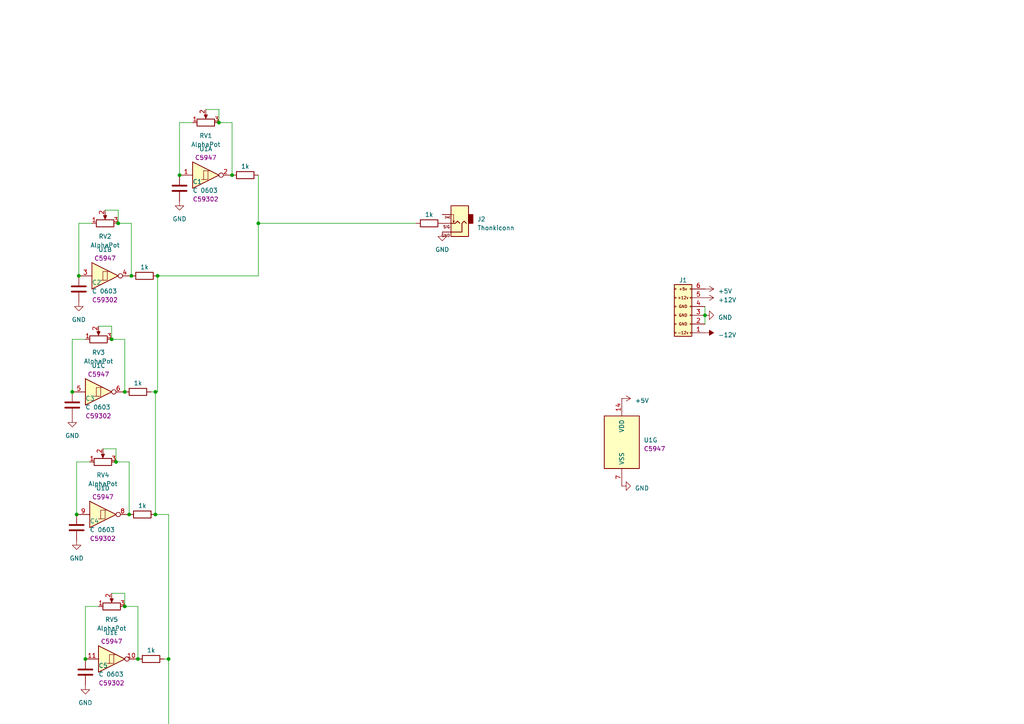
<source format=kicad_sch>
(kicad_sch (version 20230121) (generator eeschema)

  (uuid b237573e-6bdb-474e-899f-488fa783e100)

  (paper "A4")

  (lib_symbols
    (symbol "PCM_EuroRackTools:1k" (pin_numbers hide) (pin_names (offset 0)) (in_bom yes) (on_board yes)
      (property "Reference" "R" (at -1.27 3.81 0)
        (effects (font (size 1.27 1.27)) hide)
      )
      (property "Value" "1k" (at -1.27 1.27 0)
        (effects (font (size 1.27 1.27)))
      )
      (property "Footprint" "Resistor_SMD:R_0603_1608Metric" (at -1.27 -6.35 0)
        (effects (font (size 1.27 1.27)) hide)
      )
      (property "Datasheet" "~" (at -6.35 6.35 90)
        (effects (font (size 1.27 1.27)) hide)
      )
      (property "LCSC" "C21190" (at -1.27 -1.27 0)
        (effects (font (size 1.27 1.27)) hide)
      )
      (property "ki_keywords" "R res resistor" (at 0 0 0)
        (effects (font (size 1.27 1.27)) hide)
      )
      (property "ki_description" "Resistor" (at 0 0 0)
        (effects (font (size 1.27 1.27)) hide)
      )
      (property "ki_fp_filters" "R_*" (at 0 0 0)
        (effects (font (size 1.27 1.27)) hide)
      )
      (symbol "1k_0_1"
        (rectangle (start 1.27 0.254) (end -3.81 2.286)
          (stroke (width 0.254) (type default))
          (fill (type none))
        )
      )
      (symbol "1k_1_1"
        (pin passive line (at -5.08 1.27 0) (length 1.27)
          (name "~" (effects (font (size 1.27 1.27))))
          (number "1" (effects (font (size 1.27 1.27))))
        )
        (pin passive line (at 2.54 1.27 180) (length 1.27)
          (name "~" (effects (font (size 1.27 1.27))))
          (number "2" (effects (font (size 1.27 1.27))))
        )
      )
    )
    (symbol "PCM_EuroRackTools:1u" (pin_numbers hide) (pin_names (offset 0.254)) (in_bom yes) (on_board yes)
      (property "Reference" "C" (at -3.175 0 90)
        (effects (font (size 1.27 1.27)) (justify left))
      )
      (property "Value" "C 0603" (at 1.905 0 90)
        (effects (font (size 1.27 1.27)) (justify left))
      )
      (property "Footprint" "Capacitor_SMD:C_0603_1608Metric" (at 13.97 1.27 90)
        (effects (font (size 1.27 1.27)) hide)
      )
      (property "Datasheet" "~" (at -5.08 7.62 90)
        (effects (font (size 1.27 1.27)) hide)
      )
      (property "lcsc" "C59302" (at 0 0 0)
        (effects (font (size 1.27 1.27)))
      )
      (property "ki_keywords" "cap capacitor" (at 0 0 0)
        (effects (font (size 1.27 1.27)) hide)
      )
      (property "ki_description" "Unpolarized capacitor" (at 0 0 0)
        (effects (font (size 1.27 1.27)) hide)
      )
      (property "ki_fp_filters" "C_*" (at 0 0 0)
        (effects (font (size 1.27 1.27)) hide)
      )
      (symbol "1u_0_1"
        (polyline
          (pts
            (xy -1.397 -2.667)
            (xy -1.397 1.397)
          )
          (stroke (width 0.508) (type default))
          (fill (type none))
        )
        (polyline
          (pts
            (xy 0.127 -2.667)
            (xy 0.127 1.397)
          )
          (stroke (width 0.508) (type default))
          (fill (type none))
        )
      )
      (symbol "1u_1_1"
        (pin passive line (at -4.445 -0.635 0) (length 2.794)
          (name "~" (effects (font (size 1.27 1.27))))
          (number "1" (effects (font (size 1.27 1.27))))
        )
        (pin passive line (at 3.175 -0.635 180) (length 2.794)
          (name "~" (effects (font (size 1.27 1.27))))
          (number "2" (effects (font (size 1.27 1.27))))
        )
      )
    )
    (symbol "PCM_EuroRackTools:AlphaPot" (pin_names (offset 1.016) hide) (in_bom yes) (on_board yes)
      (property "Reference" "RV" (at -4.445 0 90)
        (effects (font (size 1.27 1.27)))
      )
      (property "Value" "AlphaPot" (at -2.54 0 90)
        (effects (font (size 1.27 1.27)))
      )
      (property "Footprint" "Potentiometer_THT:Potentiometer_Alpha_RD901F-40-00D_Single_Vertical" (at 0 11.43 0)
        (effects (font (size 1.27 1.27)) hide)
      )
      (property "Datasheet" "~" (at 0 0 0)
        (effects (font (size 1.27 1.27)) hide)
      )
      (property "Sim.Pins" "1=1 2=2 3=3" (at 0 0 0)
        (effects (font (size 0 0)) hide)
      )
      (property "Sim.Device" "SPICE" (at -5.08 -5.08 90)
        (effects (font (size 1.27 1.27)) hide)
      )
      (property "Sim.Params" "type=\"X\" model=\"pot100k\" lib=\"\"" (at 0 0 0)
        (effects (font (size 0 0)) hide)
      )
      (property "ki_keywords" "resistor variable" (at 0 0 0)
        (effects (font (size 1.27 1.27)) hide)
      )
      (property "ki_description" "Potentiometer" (at 0 0 0)
        (effects (font (size 1.27 1.27)) hide)
      )
      (property "ki_fp_filters" "Potentiometer*" (at 0 0 0)
        (effects (font (size 1.27 1.27)) hide)
      )
      (symbol "AlphaPot_0_1"
        (polyline
          (pts
            (xy 2.54 0)
            (xy 1.524 0)
          )
          (stroke (width 0) (type default))
          (fill (type none))
        )
        (polyline
          (pts
            (xy 1.143 0)
            (xy 2.286 0.508)
            (xy 2.286 -0.508)
            (xy 1.143 0)
          )
          (stroke (width 0) (type default))
          (fill (type outline))
        )
        (rectangle (start 1.016 2.54) (end -1.016 -2.54)
          (stroke (width 0.254) (type default))
          (fill (type none))
        )
      )
      (symbol "AlphaPot_1_1"
        (pin passive line (at 0 3.81 270) (length 1.27)
          (name "1" (effects (font (size 1.27 1.27))))
          (number "1" (effects (font (size 1.27 1.27))))
        )
        (pin passive line (at 3.81 0 180) (length 1.27)
          (name "2" (effects (font (size 1.27 1.27))))
          (number "2" (effects (font (size 1.27 1.27))))
        )
        (pin passive line (at 0 -3.81 90) (length 1.27)
          (name "3" (effects (font (size 1.27 1.27))))
          (number "3" (effects (font (size 1.27 1.27))))
        )
      )
    )
    (symbol "PCM_EuroRackTools:CD40106" (pin_names (offset 1.016)) (in_bom yes) (on_board yes)
      (property "Reference" "U" (at 0 1.27 0)
        (effects (font (size 1.27 1.27)))
      )
      (property "Value" "CD40106" (at 0 6.35 0)
        (effects (font (size 1.27 1.27)) hide)
      )
      (property "Footprint" "Package_SO:SOIC-16_3.9x9.9mm_P1.27mm" (at 0 0 0)
        (effects (font (size 1.27 1.27)) hide)
      )
      (property "Datasheet" "https://assets.nexperia.com/documents/data-sheet/HEF40106B.pdf" (at 0 0 0)
        (effects (font (size 1.27 1.27)) hide)
      )
      (property "lcsc" "C5947" (at 0 0 0)
        (effects (font (size 1.27 1.27)))
      )
      (property "ki_locked" "" (at 0 0 0)
        (effects (font (size 1.27 1.27)))
      )
      (property "ki_keywords" "CMOS" (at 0 0 0)
        (effects (font (size 1.27 1.27)) hide)
      )
      (property "ki_description" "Hex Schmitt trigger inverter" (at 0 0 0)
        (effects (font (size 1.27 1.27)) hide)
      )
      (property "ki_fp_filters" "DIP?14*" (at 0 0 0)
        (effects (font (size 1.27 1.27)) hide)
      )
      (symbol "CD40106_1_0"
        (polyline
          (pts
            (xy -0.635 -1.27)
            (xy -0.635 1.27)
            (xy 0.635 1.27)
          )
          (stroke (width 0) (type default))
          (fill (type none))
        )
        (polyline
          (pts
            (xy -3.81 3.81)
            (xy -3.81 -3.81)
            (xy 3.81 0)
            (xy -3.81 3.81)
          )
          (stroke (width 0.254) (type default))
          (fill (type background))
        )
        (polyline
          (pts
            (xy -1.27 -1.27)
            (xy 0.635 -1.27)
            (xy 0.635 1.27)
            (xy 1.27 1.27)
          )
          (stroke (width 0) (type default))
          (fill (type none))
        )
        (pin input line (at -7.62 0 0) (length 3.81)
          (name "~" (effects (font (size 1.27 1.27))))
          (number "1" (effects (font (size 1.27 1.27))))
        )
        (pin output inverted (at 7.62 0 180) (length 3.81)
          (name "~" (effects (font (size 1.27 1.27))))
          (number "2" (effects (font (size 1.27 1.27))))
        )
      )
      (symbol "CD40106_2_0"
        (polyline
          (pts
            (xy -0.635 -1.27)
            (xy -0.635 1.27)
            (xy 0.635 1.27)
          )
          (stroke (width 0) (type default))
          (fill (type none))
        )
        (polyline
          (pts
            (xy -3.81 3.81)
            (xy -3.81 -3.81)
            (xy 3.81 0)
            (xy -3.81 3.81)
          )
          (stroke (width 0.254) (type default))
          (fill (type background))
        )
        (polyline
          (pts
            (xy -1.27 -1.27)
            (xy 0.635 -1.27)
            (xy 0.635 1.27)
            (xy 1.27 1.27)
          )
          (stroke (width 0) (type default))
          (fill (type none))
        )
        (pin input line (at -7.62 0 0) (length 3.81)
          (name "~" (effects (font (size 1.27 1.27))))
          (number "3" (effects (font (size 1.27 1.27))))
        )
        (pin output inverted (at 7.62 0 180) (length 3.81)
          (name "~" (effects (font (size 1.27 1.27))))
          (number "4" (effects (font (size 1.27 1.27))))
        )
      )
      (symbol "CD40106_3_0"
        (polyline
          (pts
            (xy -0.635 -1.27)
            (xy -0.635 1.27)
            (xy 0.635 1.27)
          )
          (stroke (width 0) (type default))
          (fill (type none))
        )
        (polyline
          (pts
            (xy -3.81 3.81)
            (xy -3.81 -3.81)
            (xy 3.81 0)
            (xy -3.81 3.81)
          )
          (stroke (width 0.254) (type default))
          (fill (type background))
        )
        (polyline
          (pts
            (xy -1.27 -1.27)
            (xy 0.635 -1.27)
            (xy 0.635 1.27)
            (xy 1.27 1.27)
          )
          (stroke (width 0) (type default))
          (fill (type none))
        )
        (pin input line (at -7.62 0 0) (length 3.81)
          (name "~" (effects (font (size 1.27 1.27))))
          (number "5" (effects (font (size 1.27 1.27))))
        )
        (pin output inverted (at 7.62 0 180) (length 3.81)
          (name "~" (effects (font (size 1.27 1.27))))
          (number "6" (effects (font (size 1.27 1.27))))
        )
      )
      (symbol "CD40106_4_0"
        (polyline
          (pts
            (xy -0.635 -1.27)
            (xy -0.635 1.27)
            (xy 0.635 1.27)
          )
          (stroke (width 0) (type default))
          (fill (type none))
        )
        (polyline
          (pts
            (xy -3.81 3.81)
            (xy -3.81 -3.81)
            (xy 3.81 0)
            (xy -3.81 3.81)
          )
          (stroke (width 0.254) (type default))
          (fill (type background))
        )
        (polyline
          (pts
            (xy -1.27 -1.27)
            (xy 0.635 -1.27)
            (xy 0.635 1.27)
            (xy 1.27 1.27)
          )
          (stroke (width 0) (type default))
          (fill (type none))
        )
        (pin output inverted (at 7.62 0 180) (length 3.81)
          (name "~" (effects (font (size 1.27 1.27))))
          (number "8" (effects (font (size 1.27 1.27))))
        )
        (pin input line (at -7.62 0 0) (length 3.81)
          (name "~" (effects (font (size 1.27 1.27))))
          (number "9" (effects (font (size 1.27 1.27))))
        )
      )
      (symbol "CD40106_5_0"
        (polyline
          (pts
            (xy -0.635 -1.27)
            (xy -0.635 1.27)
            (xy 0.635 1.27)
          )
          (stroke (width 0) (type default))
          (fill (type none))
        )
        (polyline
          (pts
            (xy -3.81 3.81)
            (xy -3.81 -3.81)
            (xy 3.81 0)
            (xy -3.81 3.81)
          )
          (stroke (width 0.254) (type default))
          (fill (type background))
        )
        (polyline
          (pts
            (xy -1.27 -1.27)
            (xy 0.635 -1.27)
            (xy 0.635 1.27)
            (xy 1.27 1.27)
          )
          (stroke (width 0) (type default))
          (fill (type none))
        )
        (pin output inverted (at 7.62 0 180) (length 3.81)
          (name "~" (effects (font (size 1.27 1.27))))
          (number "10" (effects (font (size 1.27 1.27))))
        )
        (pin input line (at -7.62 0 0) (length 3.81)
          (name "~" (effects (font (size 1.27 1.27))))
          (number "11" (effects (font (size 1.27 1.27))))
        )
      )
      (symbol "CD40106_6_0"
        (polyline
          (pts
            (xy -0.635 -1.27)
            (xy -0.635 1.27)
            (xy 0.635 1.27)
          )
          (stroke (width 0) (type default))
          (fill (type none))
        )
        (polyline
          (pts
            (xy -3.81 3.81)
            (xy -3.81 -3.81)
            (xy 3.81 0)
            (xy -3.81 3.81)
          )
          (stroke (width 0.254) (type default))
          (fill (type background))
        )
        (polyline
          (pts
            (xy -1.27 -1.27)
            (xy 0.635 -1.27)
            (xy 0.635 1.27)
            (xy 1.27 1.27)
          )
          (stroke (width 0) (type default))
          (fill (type none))
        )
        (pin output inverted (at 7.62 0 180) (length 3.81)
          (name "~" (effects (font (size 1.27 1.27))))
          (number "12" (effects (font (size 1.27 1.27))))
        )
        (pin input line (at -7.62 0 0) (length 3.81)
          (name "~" (effects (font (size 1.27 1.27))))
          (number "13" (effects (font (size 1.27 1.27))))
        )
      )
      (symbol "CD40106_7_0"
        (pin power_in line (at 0 12.7 270) (length 5.08)
          (name "VDD" (effects (font (size 1.27 1.27))))
          (number "14" (effects (font (size 1.27 1.27))))
        )
        (pin power_in line (at 0 -12.7 90) (length 5.08)
          (name "VSS" (effects (font (size 1.27 1.27))))
          (number "7" (effects (font (size 1.27 1.27))))
        )
      )
      (symbol "CD40106_7_1"
        (rectangle (start -5.08 7.62) (end 5.08 -7.62)
          (stroke (width 0.254) (type default))
          (fill (type background))
        )
      )
    )
    (symbol "PCM_EuroRackTools:EuroPower6_1" (pin_names (offset 1.016) hide) (in_bom yes) (on_board yes)
      (property "Reference" "J" (at 1.27 7.62 0)
        (effects (font (size 1.27 1.27)))
      )
      (property "Value" "EuroPower16" (at 1.27 -12.7 0)
        (effects (font (size 1.27 1.27)) hide)
      )
      (property "Footprint" "Connector_PinHeader_2.54mm:PinHeader_1x07_P2.54mm_Vertical" (at 1.524 -18.034 0)
        (effects (font (size 1.27 1.27)) hide)
      )
      (property "Datasheet" "~" (at 1.524 -15.367 0)
        (effects (font (size 1.27 1.27)) hide)
      )
      (property "lcsc" "C383608" (at 5.08 12.7 0)
        (effects (font (size 1.27 1.27)) hide)
      )
      (property "ki_keywords" "connector" (at 0 0 0)
        (effects (font (size 1.27 1.27)) hide)
      )
      (property "ki_description" "Generic connector, double row, 02x08, odd/even pin numbering scheme (row 1 odd numbers, row 2 even numbers), script generated (kicad-library-utils/schlib/autogen/connector/)" (at 0 0 0)
        (effects (font (size 1.27 1.27)) hide)
      )
      (property "ki_fp_filters" "Connector*:*_2x??_*" (at 0 0 0)
        (effects (font (size 1.27 1.27)) hide)
      )
      (symbol "EuroPower6_1_0_0"
        (text "+12v" (at 1.27 0 0)
          (effects (font (size 0.8 0.8)))
        )
        (text "+5v" (at 1.27 2.54 0)
          (effects (font (size 0.8 0.8)))
        )
        (text "-12v" (at 1.27 -10.16 0)
          (effects (font (size 0.8 0.8)))
        )
        (text "GND" (at 1.27 -7.62 0)
          (effects (font (size 0.8 0.8)))
        )
        (text "GND" (at 1.27 -5.08 0)
          (effects (font (size 0.8 0.8)))
        )
        (text "GND" (at 1.27 -2.54 0)
          (effects (font (size 0.8 0.8)))
        )
      )
      (symbol "EuroPower6_1_1_1"
        (rectangle (start -1.27 -10.033) (end -0.762 -10.287)
          (stroke (width 0.1524) (type default))
          (fill (type none))
        )
        (rectangle (start -1.27 -7.493) (end -0.762 -7.747)
          (stroke (width 0.1524) (type default))
          (fill (type none))
        )
        (rectangle (start -1.27 -4.953) (end -0.762 -5.207)
          (stroke (width 0.1524) (type default))
          (fill (type none))
        )
        (rectangle (start -1.27 -2.413) (end -0.762 -2.667)
          (stroke (width 0.1524) (type default))
          (fill (type none))
        )
        (rectangle (start -1.27 0.127) (end -0.762 -0.127)
          (stroke (width 0.1524) (type default))
          (fill (type none))
        )
        (rectangle (start -1.27 2.667) (end -0.762 2.413)
          (stroke (width 0.1524) (type default))
          (fill (type none))
        )
        (rectangle (start -1.27 3.81) (end 3.81 -11.176)
          (stroke (width 0.254) (type default))
          (fill (type background))
        )
        (rectangle (start 3.302 -10.033) (end 3.81 -10.287)
          (stroke (width 0.1524) (type default))
          (fill (type none))
        )
        (rectangle (start 3.302 -7.493) (end 3.81 -7.747)
          (stroke (width 0.1524) (type default))
          (fill (type none))
        )
        (rectangle (start 3.302 -4.953) (end 3.81 -5.207)
          (stroke (width 0.1524) (type default))
          (fill (type none))
        )
        (rectangle (start 3.302 -2.413) (end 3.81 -2.667)
          (stroke (width 0.1524) (type default))
          (fill (type none))
        )
        (rectangle (start 3.302 0.127) (end 3.81 -0.127)
          (stroke (width 0.1524) (type default))
          (fill (type none))
        )
        (rectangle (start 3.302 2.667) (end 3.81 2.413)
          (stroke (width 0.1524) (type default))
          (fill (type none))
        )
        (pin power_out line (at 7.62 -10.16 180) (length 3.81)
          (name "-12v_R" (effects (font (size 1.27 1.27))))
          (number "1" (effects (font (size 1.27 1.27))))
        )
        (pin power_out line (at 7.62 -7.62 180) (length 3.81)
          (name "-12v_L" (effects (font (size 1.27 1.27))))
          (number "2" (effects (font (size 1.27 1.27))))
        )
        (pin power_out line (at 7.62 -5.08 180) (length 3.81)
          (name "GND" (effects (font (size 1.27 1.27))))
          (number "3" (effects (font (size 1.27 1.27))))
        )
        (pin power_out line (at 7.62 -2.54 180) (length 3.81)
          (name "GND" (effects (font (size 1.27 1.27))))
          (number "4" (effects (font (size 1.27 1.27))))
        )
        (pin power_out line (at 7.62 0 180) (length 3.81)
          (name "GND_R3" (effects (font (size 1.27 1.27))))
          (number "5" (effects (font (size 1.27 1.27))))
        )
        (pin power_out line (at 7.62 2.54 180) (length 3.81)
          (name "GND_L3" (effects (font (size 1.27 1.27))))
          (number "6" (effects (font (size 1.27 1.27))))
        )
      )
    )
    (symbol "PCM_EuroRackTools:Thonkiconn" (pin_numbers hide) (in_bom yes) (on_board yes)
      (property "Reference" "J" (at -1.27 -3.048 0)
        (effects (font (size 1.27 1.27)))
      )
      (property "Value" "Thonkiconn" (at 0 6.35 0)
        (effects (font (size 1.27 1.27)))
      )
      (property "Footprint" "Connector_Audio:Jack_3.5mm_QingPu_WQP-PJ398SM_Vertical_CircularHoles" (at 1.27 11.43 0)
        (effects (font (size 1.27 1.27)) hide)
      )
      (property "Datasheet" "~" (at 0 0 0)
        (effects (font (size 1.27 1.27)) hide)
      )
      (property "ki_keywords" "audio jack receptacle mono headphones phone TS connector" (at 0 0 0)
        (effects (font (size 1.27 1.27)) hide)
      )
      (property "ki_description" "Audio Jack, 2 Poles (Mono / TS), Switched T Pole (Normalling)" (at 0 0 0)
        (effects (font (size 1.27 1.27)) hide)
      )
      (property "ki_fp_filters" "Jack*" (at 0 0 0)
        (effects (font (size 1.27 1.27)) hide)
      )
      (symbol "Thonkiconn_0_0"
        (text "(no)" (at 3.556 -1.778 0)
          (effects (font (size 0.5 0.5)))
        )
        (text "GND" (at 4.064 3.556 0)
          (effects (font (size 0.8 0.8)))
        )
        (text "SIG" (at 3.81 1.016 0)
          (effects (font (size 0.8 0.8)))
        )
      )
      (symbol "Thonkiconn_0_1"
        (rectangle (start -2.54 0) (end -3.81 -2.54)
          (stroke (width 0.254) (type default))
          (fill (type outline))
        )
        (polyline
          (pts
            (xy 1.778 -0.254)
            (xy 2.032 -0.762)
          )
          (stroke (width 0) (type default))
          (fill (type none))
        )
        (polyline
          (pts
            (xy 0 0)
            (xy 0.635 -0.635)
            (xy 1.27 0)
            (xy 2.54 0)
          )
          (stroke (width 0.254) (type default))
          (fill (type none))
        )
        (polyline
          (pts
            (xy 2.54 -2.54)
            (xy 1.778 -2.54)
            (xy 1.778 -0.254)
            (xy 1.524 -0.762)
          )
          (stroke (width 0) (type default))
          (fill (type none))
        )
        (polyline
          (pts
            (xy 2.54 2.54)
            (xy -0.635 2.54)
            (xy -0.635 0)
            (xy -1.27 -0.635)
            (xy -1.905 0)
          )
          (stroke (width 0.254) (type default))
          (fill (type none))
        )
        (rectangle (start 2.54 3.81) (end -2.54 -5.08)
          (stroke (width 0.254) (type default))
          (fill (type background))
        )
      )
      (symbol "Thonkiconn_1_1"
        (pin passive line (at 5.08 2.54 180) (length 2.54)
          (name "~" (effects (font (size 1.27 1.27))))
          (number "S" (effects (font (size 1.27 1.27))))
        )
        (pin passive line (at 5.08 0 180) (length 2.54)
          (name "~" (effects (font (size 1.27 1.27))))
          (number "T" (effects (font (size 1.27 1.27))))
        )
        (pin passive line (at 5.08 -2.54 180) (length 2.54)
          (name "~" (effects (font (size 1.27 1.27))))
          (number "TN" (effects (font (size 1.27 1.27))))
        )
      )
    )
    (symbol "power:+12V" (power) (pin_names (offset 0)) (in_bom yes) (on_board yes)
      (property "Reference" "#PWR" (at 0 -3.81 0)
        (effects (font (size 1.27 1.27)) hide)
      )
      (property "Value" "+12V" (at 0 3.556 0)
        (effects (font (size 1.27 1.27)))
      )
      (property "Footprint" "" (at 0 0 0)
        (effects (font (size 1.27 1.27)) hide)
      )
      (property "Datasheet" "" (at 0 0 0)
        (effects (font (size 1.27 1.27)) hide)
      )
      (property "ki_keywords" "global power" (at 0 0 0)
        (effects (font (size 1.27 1.27)) hide)
      )
      (property "ki_description" "Power symbol creates a global label with name \"+12V\"" (at 0 0 0)
        (effects (font (size 1.27 1.27)) hide)
      )
      (symbol "+12V_0_1"
        (polyline
          (pts
            (xy -0.762 1.27)
            (xy 0 2.54)
          )
          (stroke (width 0) (type default))
          (fill (type none))
        )
        (polyline
          (pts
            (xy 0 0)
            (xy 0 2.54)
          )
          (stroke (width 0) (type default))
          (fill (type none))
        )
        (polyline
          (pts
            (xy 0 2.54)
            (xy 0.762 1.27)
          )
          (stroke (width 0) (type default))
          (fill (type none))
        )
      )
      (symbol "+12V_1_1"
        (pin power_in line (at 0 0 90) (length 0) hide
          (name "+12V" (effects (font (size 1.27 1.27))))
          (number "1" (effects (font (size 1.27 1.27))))
        )
      )
    )
    (symbol "power:+5V" (power) (pin_names (offset 0)) (in_bom yes) (on_board yes)
      (property "Reference" "#PWR" (at 0 -3.81 0)
        (effects (font (size 1.27 1.27)) hide)
      )
      (property "Value" "+5V" (at 0 3.556 0)
        (effects (font (size 1.27 1.27)))
      )
      (property "Footprint" "" (at 0 0 0)
        (effects (font (size 1.27 1.27)) hide)
      )
      (property "Datasheet" "" (at 0 0 0)
        (effects (font (size 1.27 1.27)) hide)
      )
      (property "ki_keywords" "global power" (at 0 0 0)
        (effects (font (size 1.27 1.27)) hide)
      )
      (property "ki_description" "Power symbol creates a global label with name \"+5V\"" (at 0 0 0)
        (effects (font (size 1.27 1.27)) hide)
      )
      (symbol "+5V_0_1"
        (polyline
          (pts
            (xy -0.762 1.27)
            (xy 0 2.54)
          )
          (stroke (width 0) (type default))
          (fill (type none))
        )
        (polyline
          (pts
            (xy 0 0)
            (xy 0 2.54)
          )
          (stroke (width 0) (type default))
          (fill (type none))
        )
        (polyline
          (pts
            (xy 0 2.54)
            (xy 0.762 1.27)
          )
          (stroke (width 0) (type default))
          (fill (type none))
        )
      )
      (symbol "+5V_1_1"
        (pin power_in line (at 0 0 90) (length 0) hide
          (name "+5V" (effects (font (size 1.27 1.27))))
          (number "1" (effects (font (size 1.27 1.27))))
        )
      )
    )
    (symbol "power:-12V" (power) (pin_names (offset 0)) (in_bom yes) (on_board yes)
      (property "Reference" "#PWR" (at 0 2.54 0)
        (effects (font (size 1.27 1.27)) hide)
      )
      (property "Value" "-12V" (at 0 3.81 0)
        (effects (font (size 1.27 1.27)))
      )
      (property "Footprint" "" (at 0 0 0)
        (effects (font (size 1.27 1.27)) hide)
      )
      (property "Datasheet" "" (at 0 0 0)
        (effects (font (size 1.27 1.27)) hide)
      )
      (property "ki_keywords" "global power" (at 0 0 0)
        (effects (font (size 1.27 1.27)) hide)
      )
      (property "ki_description" "Power symbol creates a global label with name \"-12V\"" (at 0 0 0)
        (effects (font (size 1.27 1.27)) hide)
      )
      (symbol "-12V_0_0"
        (pin power_in line (at 0 0 90) (length 0) hide
          (name "-12V" (effects (font (size 1.27 1.27))))
          (number "1" (effects (font (size 1.27 1.27))))
        )
      )
      (symbol "-12V_0_1"
        (polyline
          (pts
            (xy 0 0)
            (xy 0 1.27)
            (xy 0.762 1.27)
            (xy 0 2.54)
            (xy -0.762 1.27)
            (xy 0 1.27)
          )
          (stroke (width 0) (type default))
          (fill (type outline))
        )
      )
    )
    (symbol "power:GND" (power) (pin_names (offset 0)) (in_bom yes) (on_board yes)
      (property "Reference" "#PWR" (at 0 -6.35 0)
        (effects (font (size 1.27 1.27)) hide)
      )
      (property "Value" "GND" (at 0 -3.81 0)
        (effects (font (size 1.27 1.27)))
      )
      (property "Footprint" "" (at 0 0 0)
        (effects (font (size 1.27 1.27)) hide)
      )
      (property "Datasheet" "" (at 0 0 0)
        (effects (font (size 1.27 1.27)) hide)
      )
      (property "ki_keywords" "global power" (at 0 0 0)
        (effects (font (size 1.27 1.27)) hide)
      )
      (property "ki_description" "Power symbol creates a global label with name \"GND\" , ground" (at 0 0 0)
        (effects (font (size 1.27 1.27)) hide)
      )
      (symbol "GND_0_1"
        (polyline
          (pts
            (xy 0 0)
            (xy 0 -1.27)
            (xy 1.27 -1.27)
            (xy 0 -2.54)
            (xy -1.27 -1.27)
            (xy 0 -1.27)
          )
          (stroke (width 0) (type default))
          (fill (type none))
        )
      )
      (symbol "GND_1_1"
        (pin power_in line (at 0 0 270) (length 0) hide
          (name "GND" (effects (font (size 1.27 1.27))))
          (number "1" (effects (font (size 1.27 1.27))))
        )
      )
    )
  )

  (junction (at 67.31 50.8) (diameter 0) (color 0 0 0 0)
    (uuid 0a69cb38-5793-4ded-9db0-9f48f0552a29)
  )
  (junction (at 204.47 91.44) (diameter 0) (color 0 0 0 0)
    (uuid 0b43f6e4-69e4-49aa-bca0-089859e268c0)
  )
  (junction (at 33.655 133.985) (diameter 0) (color 0 0 0 0)
    (uuid 16440fab-bfc8-4633-931c-0ac129a81005)
  )
  (junction (at 26.035 231.14) (diameter 0) (color 0 0 0 0)
    (uuid 18f4ef3b-ab87-40b3-84ef-46a63a1d9056)
  )
  (junction (at 74.93 64.77) (diameter 0) (color 0 0 0 0)
    (uuid 24b74329-b18b-4024-9c40-ab6d5681e21e)
  )
  (junction (at 37.465 149.225) (diameter 0) (color 0 0 0 0)
    (uuid 2f676431-6f0e-46af-8c8d-d8d5f2198cb0)
  )
  (junction (at 32.385 98.425) (diameter 0) (color 0 0 0 0)
    (uuid 3122981d-d1ad-4d09-99e1-20d085f18f5f)
  )
  (junction (at 24.765 191.135) (diameter 0) (color 0 0 0 0)
    (uuid 3514761e-a065-4611-99f1-d12c6a460b9d)
  )
  (junction (at 41.275 231.14) (diameter 0) (color 0 0 0 0)
    (uuid 426cb590-8eb5-4ad5-884f-26996a7ed3fc)
  )
  (junction (at 45.085 149.225) (diameter 0) (color 0 0 0 0)
    (uuid 42e49fc5-f5ce-4a87-b547-94ee9826fea0)
  )
  (junction (at 34.29 64.77) (diameter 0) (color 0 0 0 0)
    (uuid 5f6930c6-7b68-4080-8b76-f5f77fa917ea)
  )
  (junction (at 40.005 191.135) (diameter 0) (color 0 0 0 0)
    (uuid 7624358b-7ca7-4953-993d-7dfc50e2ef35)
  )
  (junction (at 63.5 35.56) (diameter 0) (color 0 0 0 0)
    (uuid 7edb6f21-d71d-401c-9a1d-b9b7b2f5bed9)
  )
  (junction (at 38.1 80.01) (diameter 0) (color 0 0 0 0)
    (uuid 856322eb-e389-4cd1-b9c3-566cf20d7f40)
  )
  (junction (at 45.085 113.665) (diameter 0) (color 0 0 0 0)
    (uuid 88e30a72-657d-413b-9f45-361d5e61682a)
  )
  (junction (at 36.195 175.895) (diameter 0) (color 0 0 0 0)
    (uuid 8ecad9c9-7447-44aa-b524-853d1adbbc5e)
  )
  (junction (at 45.72 80.01) (diameter 0) (color 0 0 0 0)
    (uuid 9927cf63-8a18-4206-8b0c-4bdc6f9f6cb3)
  )
  (junction (at 22.225 149.225) (diameter 0) (color 0 0 0 0)
    (uuid 9eaa01bf-4f57-4e3a-b60f-e558a8a21359)
  )
  (junction (at 22.86 80.01) (diameter 0) (color 0 0 0 0)
    (uuid 9f5b0849-cadd-4010-9c3b-523616c9d2c0)
  )
  (junction (at 52.07 50.8) (diameter 0) (color 0 0 0 0)
    (uuid a0e2e08f-b70c-4f87-a1b9-f8ab36b9b0ae)
  )
  (junction (at 48.895 191.135) (diameter 0) (color 0 0 0 0)
    (uuid a9b3b04e-2d9b-4db3-b6ca-07767470bb09)
  )
  (junction (at 36.195 113.665) (diameter 0) (color 0 0 0 0)
    (uuid c5d8ec35-7609-4985-945f-7f6509111702)
  )
  (junction (at 37.465 215.9) (diameter 0) (color 0 0 0 0)
    (uuid eb209794-40a1-49a6-bb0e-d6f41cc36120)
  )
  (junction (at 20.955 113.665) (diameter 0) (color 0 0 0 0)
    (uuid ff4acfd3-962a-4500-a556-4e53ab56187c)
  )

  (wire (pts (xy 33.655 133.985) (xy 37.465 133.985))
    (stroke (width 0) (type default))
    (uuid 020bb214-8f6b-4190-b5b5-b8edbf81504c)
  )
  (wire (pts (xy 48.895 191.135) (xy 47.625 191.135))
    (stroke (width 0) (type default))
    (uuid 036a9527-6968-419d-b1f4-9237d0ad316d)
  )
  (wire (pts (xy 63.5 35.56) (xy 67.31 35.56))
    (stroke (width 0) (type default))
    (uuid 043c4458-fe33-41d8-8f1c-d04338f84b88)
  )
  (wire (pts (xy 37.465 212.09) (xy 37.465 215.9))
    (stroke (width 0) (type default))
    (uuid 0e17eca4-8096-4931-8de2-081b1a7650a6)
  )
  (wire (pts (xy 45.085 149.225) (xy 45.085 113.665))
    (stroke (width 0) (type default))
    (uuid 1409ef13-fcfe-45ac-bbea-217d3982bc11)
  )
  (wire (pts (xy 29.845 130.175) (xy 33.655 130.175))
    (stroke (width 0) (type default))
    (uuid 1411b9fd-efd3-40aa-b2b0-4409ba998b34)
  )
  (wire (pts (xy 37.465 133.985) (xy 37.465 149.225))
    (stroke (width 0) (type default))
    (uuid 14afa2a8-2234-4292-ae5b-f795bb6b0f3c)
  )
  (wire (pts (xy 45.085 113.665) (xy 43.815 113.665))
    (stroke (width 0) (type default))
    (uuid 21cd5beb-d7bf-4593-8d0c-3ac154a98670)
  )
  (wire (pts (xy 26.67 64.77) (xy 22.86 64.77))
    (stroke (width 0) (type default))
    (uuid 23d84288-c621-462d-831a-748f9242c51d)
  )
  (wire (pts (xy 74.93 50.8) (xy 74.93 64.77))
    (stroke (width 0) (type default))
    (uuid 255fad35-4e03-457a-8fa4-a709d212f1ae)
  )
  (wire (pts (xy 28.575 175.895) (xy 24.765 175.895))
    (stroke (width 0) (type default))
    (uuid 28390840-3bb3-405e-b1b6-763111add379)
  )
  (wire (pts (xy 32.385 94.615) (xy 32.385 98.425))
    (stroke (width 0) (type default))
    (uuid 2a360779-ecb4-4f10-8858-f5e802bedd5e)
  )
  (wire (pts (xy 37.465 215.9) (xy 41.275 215.9))
    (stroke (width 0) (type default))
    (uuid 2b4fd50e-9cec-4140-bba1-11f2870eef60)
  )
  (wire (pts (xy 204.47 91.44) (xy 204.47 93.98))
    (stroke (width 0) (type default))
    (uuid 2cc65c09-9d95-43ce-825d-f6120eeb0a9e)
  )
  (wire (pts (xy 74.93 64.77) (xy 120.65 64.77))
    (stroke (width 0) (type default))
    (uuid 357b8483-6f2f-4b35-9898-39f871849943)
  )
  (wire (pts (xy 45.72 80.01) (xy 45.72 113.665))
    (stroke (width 0) (type default))
    (uuid 3c994b3c-9076-4df1-9a07-aad65f863049)
  )
  (wire (pts (xy 33.655 212.09) (xy 37.465 212.09))
    (stroke (width 0) (type default))
    (uuid 3e4c7fc0-3e7e-441b-b923-0a1ec310253d)
  )
  (wire (pts (xy 36.195 172.085) (xy 36.195 175.895))
    (stroke (width 0) (type default))
    (uuid 3eb883f6-664a-4c37-86bf-d20012160ac5)
  )
  (wire (pts (xy 28.575 94.615) (xy 32.385 94.615))
    (stroke (width 0) (type default))
    (uuid 46231388-0d90-4261-933f-523327afba19)
  )
  (wire (pts (xy 24.765 175.895) (xy 24.765 191.135))
    (stroke (width 0) (type default))
    (uuid 4ce12563-eb1e-4418-ab11-63c32d4f2c01)
  )
  (wire (pts (xy 48.895 149.225) (xy 45.085 149.225))
    (stroke (width 0) (type default))
    (uuid 4e93ef6b-62bc-4ba0-babb-3c3e65be1bcc)
  )
  (wire (pts (xy 63.5 31.75) (xy 63.5 35.56))
    (stroke (width 0) (type default))
    (uuid 51aa52d6-9b93-46b3-b690-714e92082a25)
  )
  (wire (pts (xy 48.895 149.225) (xy 48.895 191.135))
    (stroke (width 0) (type default))
    (uuid 5478394c-578d-43d1-bb1b-341e96a53619)
  )
  (wire (pts (xy 30.48 60.96) (xy 34.29 60.96))
    (stroke (width 0) (type default))
    (uuid 60f3bb4d-8ceb-4667-a187-0b9b46dad3e9)
  )
  (wire (pts (xy 26.035 133.985) (xy 22.225 133.985))
    (stroke (width 0) (type default))
    (uuid 68d28705-6a30-4623-a244-5f8e7d28aac4)
  )
  (wire (pts (xy 204.47 88.9) (xy 204.47 91.44))
    (stroke (width 0) (type default))
    (uuid 6a9e58c5-664a-4af2-b8de-0cb877f7aee4)
  )
  (wire (pts (xy 52.07 35.56) (xy 52.07 50.8))
    (stroke (width 0) (type default))
    (uuid 73ed7b4f-0291-4637-b67b-e129c9dbde42)
  )
  (wire (pts (xy 20.955 98.425) (xy 20.955 113.665))
    (stroke (width 0) (type default))
    (uuid 7a40e333-d7fc-43d3-b825-704c94701d8b)
  )
  (wire (pts (xy 22.225 133.985) (xy 22.225 149.225))
    (stroke (width 0) (type default))
    (uuid 7aca5943-26b2-4ca0-853a-3aa57c625454)
  )
  (wire (pts (xy 34.29 60.96) (xy 34.29 64.77))
    (stroke (width 0) (type default))
    (uuid 7c42cc4e-c779-4005-8348-b7382fee8235)
  )
  (wire (pts (xy 36.195 98.425) (xy 36.195 113.665))
    (stroke (width 0) (type default))
    (uuid 7d66cb19-1131-4211-9ee8-17ed7089cb2c)
  )
  (wire (pts (xy 32.385 172.085) (xy 36.195 172.085))
    (stroke (width 0) (type default))
    (uuid 7d981a65-3809-4861-9c2c-8de19b17d5b5)
  )
  (wire (pts (xy 33.655 130.175) (xy 33.655 133.985))
    (stroke (width 0) (type default))
    (uuid 7f6b335b-cf17-4147-bda1-5cac7a33d1e3)
  )
  (wire (pts (xy 22.86 64.77) (xy 22.86 80.01))
    (stroke (width 0) (type default))
    (uuid 816e5952-a372-47b2-bd1b-b8e839418062)
  )
  (wire (pts (xy 48.895 191.135) (xy 48.895 231.14))
    (stroke (width 0) (type default))
    (uuid 859956bf-1e5e-4077-9ca1-77c3dbd0ffc4)
  )
  (wire (pts (xy 74.93 64.77) (xy 74.93 80.01))
    (stroke (width 0) (type default))
    (uuid 8776fe05-e56a-4168-9c11-81c720a49ddd)
  )
  (wire (pts (xy 34.29 64.77) (xy 38.1 64.77))
    (stroke (width 0) (type default))
    (uuid 8b0567ca-9232-4a90-8132-81b6fac9f846)
  )
  (wire (pts (xy 32.385 98.425) (xy 36.195 98.425))
    (stroke (width 0) (type default))
    (uuid 9b64cbfb-e02a-408a-9d4a-541418573d3b)
  )
  (wire (pts (xy 74.93 80.01) (xy 45.72 80.01))
    (stroke (width 0) (type default))
    (uuid 9f878b4a-1628-4ae9-b0a2-4900be00b625)
  )
  (wire (pts (xy 24.765 98.425) (xy 20.955 98.425))
    (stroke (width 0) (type default))
    (uuid a56b115a-e1f6-4b80-ac1a-ab34b4c02500)
  )
  (wire (pts (xy 55.88 35.56) (xy 52.07 35.56))
    (stroke (width 0) (type default))
    (uuid a8e082f3-60a6-400d-8132-59dfda7d62dd)
  )
  (wire (pts (xy 40.005 175.895) (xy 40.005 191.135))
    (stroke (width 0) (type default))
    (uuid a977eb22-2c21-4932-8b23-b16a686d2293)
  )
  (wire (pts (xy 67.31 35.56) (xy 67.31 50.8))
    (stroke (width 0) (type default))
    (uuid b4b81a31-37de-4203-bf7b-e483085615ab)
  )
  (wire (pts (xy 41.275 215.9) (xy 41.275 231.14))
    (stroke (width 0) (type default))
    (uuid c2b26f5d-0ddd-4609-8a69-449796355239)
  )
  (wire (pts (xy 59.69 31.75) (xy 63.5 31.75))
    (stroke (width 0) (type default))
    (uuid c5c06802-b060-4355-9770-a0df6ced1302)
  )
  (wire (pts (xy 36.195 175.895) (xy 40.005 175.895))
    (stroke (width 0) (type default))
    (uuid c9a153f1-df29-4d5f-afb8-52ab293bffbe)
  )
  (wire (pts (xy 29.845 215.9) (xy 26.035 215.9))
    (stroke (width 0) (type default))
    (uuid dee97388-2e8e-483a-b51f-0360103bdf1c)
  )
  (wire (pts (xy 26.035 215.9) (xy 26.035 231.14))
    (stroke (width 0) (type default))
    (uuid e7f34877-b381-440f-83ab-306526bed37c)
  )
  (wire (pts (xy 38.1 64.77) (xy 38.1 80.01))
    (stroke (width 0) (type default))
    (uuid eaf38d47-8f1a-416f-a3d8-9879520b4355)
  )
  (wire (pts (xy 45.72 113.665) (xy 45.085 113.665))
    (stroke (width 0) (type default))
    (uuid eccf689a-83c7-4eac-ab47-27b3845dd4e6)
  )

  (symbol (lib_id "PCM_EuroRackTools:CD40106") (at 180.34 128.27 0) (unit 7)
    (in_bom yes) (on_board yes) (dnp no) (fields_autoplaced)
    (uuid 08d80d56-1480-4a3b-aaa8-7e5632c58e38)
    (property "Reference" "U1" (at 186.69 127.635 0)
      (effects (font (size 1.27 1.27)) (justify left))
    )
    (property "Value" "CD40106" (at 180.34 121.92 0)
      (effects (font (size 1.27 1.27)) hide)
    )
    (property "Footprint" "Package_SO:SOIC-16_3.9x9.9mm_P1.27mm" (at 180.34 128.27 0)
      (effects (font (size 1.27 1.27)) hide)
    )
    (property "Datasheet" "https://assets.nexperia.com/documents/data-sheet/HEF40106B.pdf" (at 180.34 128.27 0)
      (effects (font (size 1.27 1.27)) hide)
    )
    (property "lcsc" "C5947" (at 186.69 130.175 0)
      (effects (font (size 1.27 1.27)) (justify left))
    )
    (pin "1" (uuid 38f57f52-7741-4cf2-9bb6-e127f864cd10))
    (pin "2" (uuid e7bb2f06-ab98-40e9-844f-df759496c68c))
    (pin "3" (uuid e04e6b72-c74b-43a3-98a3-6e805ffe632c))
    (pin "4" (uuid 63ab0e39-1bab-4663-9020-614f0c735529))
    (pin "5" (uuid dcce122e-793f-453e-b5e4-73ee6ea4eb23))
    (pin "6" (uuid db684e70-8819-4822-bc01-0075ceff74df))
    (pin "8" (uuid 527382df-18aa-4440-b47a-3e91c61f3b6e))
    (pin "9" (uuid 2098335d-8407-4b81-9eba-505adb7188a1))
    (pin "10" (uuid 4f2d6704-4d59-4d7f-8f78-71c936ec3e7c))
    (pin "11" (uuid 198e13b8-915d-4d18-a69d-e79c84139510))
    (pin "12" (uuid 85826eab-1946-4804-8c6f-f61d98740541))
    (pin "13" (uuid e168631e-992c-47da-b6dc-a73c3aa595d2))
    (pin "14" (uuid 88595033-ae77-48f3-9bc9-ab72ff0ec157))
    (pin "7" (uuid f8ba9c85-2fb0-472b-8b90-36fa4a3468bb))
    (instances
      (project "schmittsdayout"
        (path "/b237573e-6bdb-474e-899f-488fa783e100"
          (reference "U1") (unit 7)
        )
      )
    )
  )

  (symbol (lib_id "PCM_EuroRackTools:1k") (at 46.355 232.41 0) (unit 1)
    (in_bom yes) (on_board yes) (dnp no) (fields_autoplaced)
    (uuid 0cc69f3b-b6f5-4a24-8c54-c00e0369c7bf)
    (property "Reference" "R6" (at 45.085 228.6 0)
      (effects (font (size 1.27 1.27)) hide)
    )
    (property "Value" "1k" (at 45.085 228.6 0)
      (effects (font (size 1.27 1.27)))
    )
    (property "Footprint" "Resistor_SMD:R_0603_1608Metric" (at 45.085 238.76 0)
      (effects (font (size 1.27 1.27)) hide)
    )
    (property "Datasheet" "~" (at 40.005 226.06 90)
      (effects (font (size 1.27 1.27)) hide)
    )
    (property "LCSC" "C21190" (at 45.085 233.68 0)
      (effects (font (size 1.27 1.27)) hide)
    )
    (pin "1" (uuid f1f100ef-0d35-46c4-bce9-3606bbdd69c5))
    (pin "2" (uuid 00fcbe8c-2600-412c-8d32-293f07224331))
    (instances
      (project "schmittsdayout"
        (path "/b237573e-6bdb-474e-899f-488fa783e100"
          (reference "R6") (unit 1)
        )
      )
    )
  )

  (symbol (lib_id "power:GND") (at 22.225 156.845 0) (unit 1)
    (in_bom yes) (on_board yes) (dnp no) (fields_autoplaced)
    (uuid 16b7c3c8-1d40-4d5b-97ba-71e83fc5e136)
    (property "Reference" "#PWR011" (at 22.225 163.195 0)
      (effects (font (size 1.27 1.27)) hide)
    )
    (property "Value" "GND" (at 22.225 161.925 0)
      (effects (font (size 1.27 1.27)))
    )
    (property "Footprint" "" (at 22.225 156.845 0)
      (effects (font (size 1.27 1.27)) hide)
    )
    (property "Datasheet" "" (at 22.225 156.845 0)
      (effects (font (size 1.27 1.27)) hide)
    )
    (pin "1" (uuid b3a89e1d-fbe6-419c-9f20-b83a369d95a9))
    (instances
      (project "schmittsdayout"
        (path "/b237573e-6bdb-474e-899f-488fa783e100"
          (reference "#PWR011") (unit 1)
        )
      )
    )
  )

  (symbol (lib_id "PCM_EuroRackTools:1u") (at 20.32 116.84 90) (unit 1)
    (in_bom yes) (on_board yes) (dnp no) (fields_autoplaced)
    (uuid 17a5bf26-0dac-4c3d-a1ae-55c31b733595)
    (property "Reference" "C3" (at 24.765 115.57 90)
      (effects (font (size 1.27 1.27)) (justify right))
    )
    (property "Value" "C 0603" (at 24.765 118.11 90)
      (effects (font (size 1.27 1.27)) (justify right))
    )
    (property "Footprint" "Capacitor_SMD:C_0603_1608Metric" (at 19.05 102.87 90)
      (effects (font (size 1.27 1.27)) hide)
    )
    (property "Datasheet" "~" (at 12.7 121.92 90)
      (effects (font (size 1.27 1.27)) hide)
    )
    (property "lcsc" "C59302" (at 24.765 120.65 90)
      (effects (font (size 1.27 1.27)) (justify right))
    )
    (pin "1" (uuid 03fa262d-f445-49ec-8aa8-e1a4bc211709))
    (pin "2" (uuid f4572110-e717-4ce4-8312-c412a668ee82))
    (instances
      (project "schmittsdayout"
        (path "/b237573e-6bdb-474e-899f-488fa783e100"
          (reference "C3") (unit 1)
        )
      )
    )
  )

  (symbol (lib_id "power:GND") (at 26.035 238.76 0) (unit 1)
    (in_bom yes) (on_board yes) (dnp no) (fields_autoplaced)
    (uuid 1b8440c5-0263-46d2-b72b-541ca0c320ab)
    (property "Reference" "#PWR013" (at 26.035 245.11 0)
      (effects (font (size 1.27 1.27)) hide)
    )
    (property "Value" "GND" (at 26.035 243.84 0)
      (effects (font (size 1.27 1.27)))
    )
    (property "Footprint" "" (at 26.035 238.76 0)
      (effects (font (size 1.27 1.27)) hide)
    )
    (property "Datasheet" "" (at 26.035 238.76 0)
      (effects (font (size 1.27 1.27)) hide)
    )
    (pin "1" (uuid 4091a8e8-da6e-419b-8847-3be10db9d051))
    (instances
      (project "schmittsdayout"
        (path "/b237573e-6bdb-474e-899f-488fa783e100"
          (reference "#PWR013") (unit 1)
        )
      )
    )
  )

  (symbol (lib_id "power:+12V") (at 204.47 86.36 270) (unit 1)
    (in_bom yes) (on_board yes) (dnp no) (fields_autoplaced)
    (uuid 1be9bb01-e1bb-4b37-9bca-cb6d4b0528f9)
    (property "Reference" "#PWR02" (at 200.66 86.36 0)
      (effects (font (size 1.27 1.27)) hide)
    )
    (property "Value" "+12V" (at 208.28 86.995 90)
      (effects (font (size 1.27 1.27)) (justify left))
    )
    (property "Footprint" "" (at 204.47 86.36 0)
      (effects (font (size 1.27 1.27)) hide)
    )
    (property "Datasheet" "" (at 204.47 86.36 0)
      (effects (font (size 1.27 1.27)) hide)
    )
    (pin "1" (uuid 982b84f5-ee2d-4e6a-99d2-d5947f990e21))
    (instances
      (project "schmittsdayout"
        (path "/b237573e-6bdb-474e-899f-488fa783e100"
          (reference "#PWR02") (unit 1)
        )
      )
    )
  )

  (symbol (lib_id "PCM_EuroRackTools:1u") (at 21.59 152.4 90) (unit 1)
    (in_bom yes) (on_board yes) (dnp no) (fields_autoplaced)
    (uuid 1e3d2ed0-c68a-4bee-bb94-3e110d754e52)
    (property "Reference" "C4" (at 26.035 151.13 90)
      (effects (font (size 1.27 1.27)) (justify right))
    )
    (property "Value" "C 0603" (at 26.035 153.67 90)
      (effects (font (size 1.27 1.27)) (justify right))
    )
    (property "Footprint" "Capacitor_SMD:C_0603_1608Metric" (at 20.32 138.43 90)
      (effects (font (size 1.27 1.27)) hide)
    )
    (property "Datasheet" "~" (at 13.97 157.48 90)
      (effects (font (size 1.27 1.27)) hide)
    )
    (property "lcsc" "C59302" (at 26.035 156.21 90)
      (effects (font (size 1.27 1.27)) (justify right))
    )
    (pin "1" (uuid 4623f2a8-9ec7-4c62-834f-822b433fb19c))
    (pin "2" (uuid 85b6adbf-239d-429a-bf7d-397b3e07a85a))
    (instances
      (project "schmittsdayout"
        (path "/b237573e-6bdb-474e-899f-488fa783e100"
          (reference "C4") (unit 1)
        )
      )
    )
  )

  (symbol (lib_id "PCM_EuroRackTools:AlphaPot") (at 32.385 175.895 90) (unit 1)
    (in_bom yes) (on_board yes) (dnp no) (fields_autoplaced)
    (uuid 231777cc-aa7a-4d6d-9bfb-50f8212e5ca7)
    (property "Reference" "RV5" (at 32.385 179.705 90)
      (effects (font (size 1.27 1.27)))
    )
    (property "Value" "AlphaPot" (at 32.385 182.245 90)
      (effects (font (size 1.27 1.27)))
    )
    (property "Footprint" "Potentiometer_THT:Potentiometer_Alpha_RD901F-40-00D_Single_Vertical" (at 20.955 175.895 0)
      (effects (font (size 1.27 1.27)) hide)
    )
    (property "Datasheet" "~" (at 32.385 175.895 0)
      (effects (font (size 1.27 1.27)) hide)
    )
    (property "Sim.Pins" "1=1 2=2 3=3" (at 32.385 175.895 0)
      (effects (font (size 0 0)) hide)
    )
    (property "Sim.Device" "SPICE" (at 37.465 180.975 90)
      (effects (font (size 1.27 1.27)) hide)
    )
    (property "Sim.Params" "type=\"X\" model=\"pot100k\" lib=\"\"" (at 32.385 175.895 0)
      (effects (font (size 0 0)) hide)
    )
    (pin "1" (uuid e903923a-1473-4930-bf48-649e12d0621f))
    (pin "2" (uuid 3ef08af5-e08e-452b-812b-bcf35485986f))
    (pin "3" (uuid cefa2b6d-1f75-4d7c-8d11-31046f2571d0))
    (instances
      (project "schmittsdayout"
        (path "/b237573e-6bdb-474e-899f-488fa783e100"
          (reference "RV5") (unit 1)
        )
      )
    )
  )

  (symbol (lib_id "PCM_EuroRackTools:CD40106") (at 29.845 149.225 0) (unit 4)
    (in_bom yes) (on_board yes) (dnp no) (fields_autoplaced)
    (uuid 31476259-be00-4ae1-86ce-db0a85b9670f)
    (property "Reference" "U1" (at 29.845 141.605 0)
      (effects (font (size 1.27 1.27)))
    )
    (property "Value" "CD40106" (at 29.845 142.875 0)
      (effects (font (size 1.27 1.27)) hide)
    )
    (property "Footprint" "Package_SO:SOIC-16_3.9x9.9mm_P1.27mm" (at 29.845 149.225 0)
      (effects (font (size 1.27 1.27)) hide)
    )
    (property "Datasheet" "https://assets.nexperia.com/documents/data-sheet/HEF40106B.pdf" (at 29.845 149.225 0)
      (effects (font (size 1.27 1.27)) hide)
    )
    (property "lcsc" "C5947" (at 29.845 144.145 0)
      (effects (font (size 1.27 1.27)))
    )
    (pin "1" (uuid e3680788-a2fb-46de-8528-ef8d93933fed))
    (pin "2" (uuid fabd2c1c-3aa9-400d-bd92-4e17e28a65f8))
    (pin "3" (uuid b984c8ba-39e7-4b9d-9d71-06b953154da4))
    (pin "4" (uuid d251e41b-32f6-4151-8dd6-b6ba6f1499cf))
    (pin "5" (uuid b0cd01d9-7236-475e-9fd0-f0ec70c026d1))
    (pin "6" (uuid 5b7fd885-efe8-4171-beac-8d601fa3e41a))
    (pin "8" (uuid bd195af6-f20f-409a-a9f5-c7e9d47e4a11))
    (pin "9" (uuid 461717b2-3f05-4c09-b8c6-0afc5bdcdf06))
    (pin "10" (uuid 172a2230-04e6-41b4-94a2-40d64a83c92f))
    (pin "11" (uuid 78f5ebde-6d13-4609-af3a-3b07668eaf64))
    (pin "12" (uuid a89696c5-0da4-4724-a48a-d7e07409b139))
    (pin "13" (uuid c33fab21-fdac-4c4c-871e-ed1f3d260bc8))
    (pin "14" (uuid e489c426-1306-4d32-8e2b-8cc50376e2db))
    (pin "7" (uuid 2e8edbd8-5050-4357-87c0-498ac8b555fb))
    (instances
      (project "schmittsdayout"
        (path "/b237573e-6bdb-474e-899f-488fa783e100"
          (reference "U1") (unit 4)
        )
      )
    )
  )

  (symbol (lib_id "PCM_EuroRackTools:AlphaPot") (at 33.655 215.9 90) (unit 1)
    (in_bom yes) (on_board yes) (dnp no) (fields_autoplaced)
    (uuid 315b1d97-3e18-4b8c-b220-47c49bdaa31f)
    (property "Reference" "RV6" (at 33.655 219.71 90)
      (effects (font (size 1.27 1.27)))
    )
    (property "Value" "AlphaPot" (at 33.655 222.25 90)
      (effects (font (size 1.27 1.27)))
    )
    (property "Footprint" "Potentiometer_THT:Potentiometer_Alpha_RD901F-40-00D_Single_Vertical" (at 22.225 215.9 0)
      (effects (font (size 1.27 1.27)) hide)
    )
    (property "Datasheet" "~" (at 33.655 215.9 0)
      (effects (font (size 1.27 1.27)) hide)
    )
    (property "Sim.Pins" "1=1 2=2 3=3" (at 33.655 215.9 0)
      (effects (font (size 0 0)) hide)
    )
    (property "Sim.Device" "SPICE" (at 38.735 220.98 90)
      (effects (font (size 1.27 1.27)) hide)
    )
    (property "Sim.Params" "type=\"X\" model=\"pot100k\" lib=\"\"" (at 33.655 215.9 0)
      (effects (font (size 0 0)) hide)
    )
    (pin "1" (uuid e1da385f-32ff-4daf-957e-79dedb02310a))
    (pin "2" (uuid c6456929-8ec9-4723-a6f3-e4c37a35dad8))
    (pin "3" (uuid 78cf9505-cb5e-478a-be69-fea3d5e49ac3))
    (instances
      (project "schmittsdayout"
        (path "/b237573e-6bdb-474e-899f-488fa783e100"
          (reference "RV6") (unit 1)
        )
      )
    )
  )

  (symbol (lib_id "PCM_EuroRackTools:CD40106") (at 33.655 231.14 0) (unit 6)
    (in_bom yes) (on_board yes) (dnp no) (fields_autoplaced)
    (uuid 38caa11c-056b-45c1-bdec-cbf9a449df1c)
    (property "Reference" "U1" (at 33.655 223.52 0)
      (effects (font (size 1.27 1.27)))
    )
    (property "Value" "CD40106" (at 33.655 224.79 0)
      (effects (font (size 1.27 1.27)) hide)
    )
    (property "Footprint" "Package_SO:SOIC-16_3.9x9.9mm_P1.27mm" (at 33.655 231.14 0)
      (effects (font (size 1.27 1.27)) hide)
    )
    (property "Datasheet" "https://assets.nexperia.com/documents/data-sheet/HEF40106B.pdf" (at 33.655 231.14 0)
      (effects (font (size 1.27 1.27)) hide)
    )
    (property "lcsc" "C5947" (at 33.655 226.06 0)
      (effects (font (size 1.27 1.27)))
    )
    (pin "1" (uuid adbe6c94-3e94-435c-9675-ab88543301ca))
    (pin "2" (uuid c4438e63-6425-4d12-af67-ead222aa6547))
    (pin "3" (uuid bb0098ea-64b3-4872-a0f0-410377d6a4ed))
    (pin "4" (uuid 726f4930-5eb8-4e28-8412-5a2c8fd132a5))
    (pin "5" (uuid 50db344f-92e7-4ad1-a593-395a790ccdca))
    (pin "6" (uuid 1a2f9396-0a61-40d1-a7ab-3e5255181626))
    (pin "8" (uuid 1cb24498-9ad6-4e1b-8399-3e83b3456e37))
    (pin "9" (uuid d9b35661-5f34-48c2-b1c2-b7ebc2238dcc))
    (pin "10" (uuid b7eb00a0-2860-47d5-8b91-a1fa80b18bd4))
    (pin "11" (uuid d132a8a0-f05e-4e2e-9815-4a1c9f47c016))
    (pin "12" (uuid 57b7fdd7-eab9-4087-8ae7-36bdccb88bc1))
    (pin "13" (uuid 82706055-f12b-465f-8e19-0f437bad124a))
    (pin "14" (uuid 69aaf541-5909-46f3-895e-21501226075d))
    (pin "7" (uuid 59f250ad-42c9-403d-95fb-21dfec7aa7f1))
    (instances
      (project "schmittsdayout"
        (path "/b237573e-6bdb-474e-899f-488fa783e100"
          (reference "U1") (unit 6)
        )
      )
    )
  )

  (symbol (lib_id "power:GND") (at 180.34 140.97 90) (unit 1)
    (in_bom yes) (on_board yes) (dnp no) (fields_autoplaced)
    (uuid 3ce7c969-79a0-4658-9e69-b9ab2614a28f)
    (property "Reference" "#PWR07" (at 186.69 140.97 0)
      (effects (font (size 1.27 1.27)) hide)
    )
    (property "Value" "GND" (at 184.15 141.605 90)
      (effects (font (size 1.27 1.27)) (justify right))
    )
    (property "Footprint" "" (at 180.34 140.97 0)
      (effects (font (size 1.27 1.27)) hide)
    )
    (property "Datasheet" "" (at 180.34 140.97 0)
      (effects (font (size 1.27 1.27)) hide)
    )
    (pin "1" (uuid 6aacc4bb-07d2-4cd3-8648-2281980a59f5))
    (instances
      (project "schmittsdayout"
        (path "/b237573e-6bdb-474e-899f-488fa783e100"
          (reference "#PWR07") (unit 1)
        )
      )
    )
  )

  (symbol (lib_id "power:-12V") (at 204.47 96.52 270) (unit 1)
    (in_bom yes) (on_board yes) (dnp no) (fields_autoplaced)
    (uuid 4c106187-93bd-402e-b180-3d71b87bae37)
    (property "Reference" "#PWR04" (at 207.01 96.52 0)
      (effects (font (size 1.27 1.27)) hide)
    )
    (property "Value" "-12V" (at 208.28 97.155 90)
      (effects (font (size 1.27 1.27)) (justify left))
    )
    (property "Footprint" "" (at 204.47 96.52 0)
      (effects (font (size 1.27 1.27)) hide)
    )
    (property "Datasheet" "" (at 204.47 96.52 0)
      (effects (font (size 1.27 1.27)) hide)
    )
    (pin "1" (uuid 841a1e30-2bb6-4ded-bdb9-71b0cb35692b))
    (instances
      (project "schmittsdayout"
        (path "/b237573e-6bdb-474e-899f-488fa783e100"
          (reference "#PWR04") (unit 1)
        )
      )
    )
  )

  (symbol (lib_id "PCM_EuroRackTools:1k") (at 72.39 52.07 0) (unit 1)
    (in_bom yes) (on_board yes) (dnp no) (fields_autoplaced)
    (uuid 4f14e78b-00f7-4d8b-9864-f1912314d162)
    (property "Reference" "R1" (at 71.12 48.26 0)
      (effects (font (size 1.27 1.27)) hide)
    )
    (property "Value" "1k" (at 71.12 48.26 0)
      (effects (font (size 1.27 1.27)))
    )
    (property "Footprint" "Resistor_SMD:R_0603_1608Metric" (at 71.12 58.42 0)
      (effects (font (size 1.27 1.27)) hide)
    )
    (property "Datasheet" "~" (at 66.04 45.72 90)
      (effects (font (size 1.27 1.27)) hide)
    )
    (property "LCSC" "C21190" (at 71.12 53.34 0)
      (effects (font (size 1.27 1.27)) hide)
    )
    (pin "1" (uuid 449dea5e-0b6f-4a36-b346-875cdfa6eb3c))
    (pin "2" (uuid ef8e635e-fbb9-4466-a9a2-dc8584eadfb6))
    (instances
      (project "schmittsdayout"
        (path "/b237573e-6bdb-474e-899f-488fa783e100"
          (reference "R1") (unit 1)
        )
      )
    )
  )

  (symbol (lib_id "PCM_EuroRackTools:CD40106") (at 59.69 50.8 0) (unit 1)
    (in_bom yes) (on_board yes) (dnp no) (fields_autoplaced)
    (uuid 53c81e51-dbb1-4050-a37e-91c9aa13be3c)
    (property "Reference" "U1" (at 59.69 43.18 0)
      (effects (font (size 1.27 1.27)))
    )
    (property "Value" "CD40106" (at 59.69 44.45 0)
      (effects (font (size 1.27 1.27)) hide)
    )
    (property "Footprint" "Package_SO:SOIC-16_3.9x9.9mm_P1.27mm" (at 59.69 50.8 0)
      (effects (font (size 1.27 1.27)) hide)
    )
    (property "Datasheet" "https://assets.nexperia.com/documents/data-sheet/HEF40106B.pdf" (at 59.69 50.8 0)
      (effects (font (size 1.27 1.27)) hide)
    )
    (property "lcsc" "C5947" (at 59.69 45.72 0)
      (effects (font (size 1.27 1.27)))
    )
    (pin "1" (uuid 9e1d4096-140c-499f-8142-a2de3e6f7408))
    (pin "2" (uuid b66e7532-dffa-429f-b2b4-4c381311763a))
    (pin "3" (uuid 5dcce45a-626a-41b9-8a84-006fb1c6e9bd))
    (pin "4" (uuid 9c48ff68-ebf9-44c0-ab04-d9f3490df591))
    (pin "5" (uuid 0a39e734-3d8c-43d5-b33a-c66d702eaab2))
    (pin "6" (uuid a481e47f-88d5-4fed-8087-3362ad9829b3))
    (pin "8" (uuid 973a68e2-59e8-4503-bfd2-4c91dc83ee49))
    (pin "9" (uuid bd3490d0-81fb-427c-be43-cb3a5269d18a))
    (pin "10" (uuid 0cc141a0-b546-4359-9bac-7c4c6a185e9e))
    (pin "11" (uuid 9b123245-326e-4645-a707-79a36bc07b8d))
    (pin "12" (uuid 8128e000-8db0-4198-8f2a-257e4ffcc2d4))
    (pin "13" (uuid 3ae539a9-9cc6-43f6-9720-189413abbad6))
    (pin "14" (uuid f3ca81b5-b1c3-446c-b3ac-e949338265f9))
    (pin "7" (uuid 343cfaec-4436-4d34-bf97-f4521574d25f))
    (instances
      (project "schmittsdayout"
        (path "/b237573e-6bdb-474e-899f-488fa783e100"
          (reference "U1") (unit 1)
        )
      )
    )
  )

  (symbol (lib_id "PCM_EuroRackTools:1k") (at 125.73 66.04 0) (unit 1)
    (in_bom yes) (on_board yes) (dnp no) (fields_autoplaced)
    (uuid 5dd9bc47-9b08-499b-8b16-05b91f4bfb46)
    (property "Reference" "R7" (at 124.46 62.23 0)
      (effects (font (size 1.27 1.27)) hide)
    )
    (property "Value" "1k" (at 124.46 62.23 0)
      (effects (font (size 1.27 1.27)))
    )
    (property "Footprint" "Resistor_SMD:R_0603_1608Metric" (at 124.46 72.39 0)
      (effects (font (size 1.27 1.27)) hide)
    )
    (property "Datasheet" "~" (at 119.38 59.69 90)
      (effects (font (size 1.27 1.27)) hide)
    )
    (property "LCSC" "C21190" (at 124.46 67.31 0)
      (effects (font (size 1.27 1.27)) hide)
    )
    (pin "1" (uuid 0344bb4d-ad8c-42fb-84d2-f935a63ac8d6))
    (pin "2" (uuid 95563bd4-960e-4599-9568-02d0bb4fb509))
    (instances
      (project "schmittsdayout"
        (path "/b237573e-6bdb-474e-899f-488fa783e100"
          (reference "R7") (unit 1)
        )
      )
    )
  )

  (symbol (lib_id "power:+5V") (at 180.34 115.57 270) (unit 1)
    (in_bom yes) (on_board yes) (dnp no) (fields_autoplaced)
    (uuid 6c44aa2a-fb79-4bde-bc80-5a61cb798438)
    (property "Reference" "#PWR06" (at 176.53 115.57 0)
      (effects (font (size 1.27 1.27)) hide)
    )
    (property "Value" "+5V" (at 184.15 116.205 90)
      (effects (font (size 1.27 1.27)) (justify left))
    )
    (property "Footprint" "" (at 180.34 115.57 0)
      (effects (font (size 1.27 1.27)) hide)
    )
    (property "Datasheet" "" (at 180.34 115.57 0)
      (effects (font (size 1.27 1.27)) hide)
    )
    (pin "1" (uuid 0dc753e0-63fc-410c-aa77-0f989dd8e70f))
    (instances
      (project "schmittsdayout"
        (path "/b237573e-6bdb-474e-899f-488fa783e100"
          (reference "#PWR06") (unit 1)
        )
      )
    )
  )

  (symbol (lib_id "PCM_EuroRackTools:1k") (at 45.085 192.405 0) (unit 1)
    (in_bom yes) (on_board yes) (dnp no) (fields_autoplaced)
    (uuid 7295def1-4a0e-4ef3-841e-d741b8fbd038)
    (property "Reference" "R5" (at 43.815 188.595 0)
      (effects (font (size 1.27 1.27)) hide)
    )
    (property "Value" "1k" (at 43.815 188.595 0)
      (effects (font (size 1.27 1.27)))
    )
    (property "Footprint" "Resistor_SMD:R_0603_1608Metric" (at 43.815 198.755 0)
      (effects (font (size 1.27 1.27)) hide)
    )
    (property "Datasheet" "~" (at 38.735 186.055 90)
      (effects (font (size 1.27 1.27)) hide)
    )
    (property "LCSC" "C21190" (at 43.815 193.675 0)
      (effects (font (size 1.27 1.27)) hide)
    )
    (pin "1" (uuid 3530c9b4-bbb2-421c-b988-d4b46290a9ad))
    (pin "2" (uuid 0308ac30-11e6-4b22-a71f-035e90c49c09))
    (instances
      (project "schmittsdayout"
        (path "/b237573e-6bdb-474e-899f-488fa783e100"
          (reference "R5") (unit 1)
        )
      )
    )
  )

  (symbol (lib_id "power:GND") (at 24.765 198.755 0) (unit 1)
    (in_bom yes) (on_board yes) (dnp no) (fields_autoplaced)
    (uuid 74263e92-d991-4d98-9b02-efec72c09b0a)
    (property "Reference" "#PWR012" (at 24.765 205.105 0)
      (effects (font (size 1.27 1.27)) hide)
    )
    (property "Value" "GND" (at 24.765 203.835 0)
      (effects (font (size 1.27 1.27)))
    )
    (property "Footprint" "" (at 24.765 198.755 0)
      (effects (font (size 1.27 1.27)) hide)
    )
    (property "Datasheet" "" (at 24.765 198.755 0)
      (effects (font (size 1.27 1.27)) hide)
    )
    (pin "1" (uuid 301debc2-c90d-4529-b3f1-71d6db6c4fb1))
    (instances
      (project "schmittsdayout"
        (path "/b237573e-6bdb-474e-899f-488fa783e100"
          (reference "#PWR012") (unit 1)
        )
      )
    )
  )

  (symbol (lib_id "PCM_EuroRackTools:EuroPower6_1") (at 196.85 86.36 0) (unit 1)
    (in_bom yes) (on_board yes) (dnp no) (fields_autoplaced)
    (uuid 7701b75a-db9b-4220-9278-6fdcdae2ff23)
    (property "Reference" "J1" (at 198.12 81.28 0)
      (effects (font (size 1.27 1.27)))
    )
    (property "Value" "EuroPower16" (at 198.12 99.06 0)
      (effects (font (size 1.27 1.27)) hide)
    )
    (property "Footprint" "Connector_PinHeader_2.54mm:PinHeader_1x07_P2.54mm_Vertical" (at 198.374 104.394 0)
      (effects (font (size 1.27 1.27)) hide)
    )
    (property "Datasheet" "~" (at 198.374 101.727 0)
      (effects (font (size 1.27 1.27)) hide)
    )
    (property "lcsc" "C383608" (at 201.93 73.66 0)
      (effects (font (size 1.27 1.27)) hide)
    )
    (pin "1" (uuid e7f56a57-bf42-4633-b880-6454c371ddbf))
    (pin "2" (uuid 0abb7a54-ed0c-45a6-830d-60d0d7cf6d6c))
    (pin "3" (uuid 71cb7841-b431-4588-8639-4e3be0ecde6c))
    (pin "4" (uuid 4ed91a37-9ad9-4203-99c9-fdbd12b5f7fb))
    (pin "5" (uuid 76bc659f-db35-4709-99c2-521a3d703f2c))
    (pin "6" (uuid cc8870fc-0226-4960-b886-0c7dd7187d59))
    (instances
      (project "schmittsdayout"
        (path "/b237573e-6bdb-474e-899f-488fa783e100"
          (reference "J1") (unit 1)
        )
      )
    )
  )

  (symbol (lib_id "power:GND") (at 22.86 87.63 0) (unit 1)
    (in_bom yes) (on_board yes) (dnp no) (fields_autoplaced)
    (uuid 7bd9e1f9-d57a-4039-820f-256a685e5122)
    (property "Reference" "#PWR09" (at 22.86 93.98 0)
      (effects (font (size 1.27 1.27)) hide)
    )
    (property "Value" "GND" (at 22.86 92.71 0)
      (effects (font (size 1.27 1.27)))
    )
    (property "Footprint" "" (at 22.86 87.63 0)
      (effects (font (size 1.27 1.27)) hide)
    )
    (property "Datasheet" "" (at 22.86 87.63 0)
      (effects (font (size 1.27 1.27)) hide)
    )
    (pin "1" (uuid 1d7aef1e-3279-47b3-8140-4f3c59e39f33))
    (instances
      (project "schmittsdayout"
        (path "/b237573e-6bdb-474e-899f-488fa783e100"
          (reference "#PWR09") (unit 1)
        )
      )
    )
  )

  (symbol (lib_id "PCM_EuroRackTools:1u") (at 25.4 234.315 90) (unit 1)
    (in_bom yes) (on_board yes) (dnp no) (fields_autoplaced)
    (uuid 80d91b36-6798-4d90-ab69-85556cb42a41)
    (property "Reference" "C6" (at 29.845 233.045 90)
      (effects (font (size 1.27 1.27)) (justify right))
    )
    (property "Value" "C 0603" (at 29.845 235.585 90)
      (effects (font (size 1.27 1.27)) (justify right))
    )
    (property "Footprint" "Capacitor_SMD:C_0603_1608Metric" (at 24.13 220.345 90)
      (effects (font (size 1.27 1.27)) hide)
    )
    (property "Datasheet" "~" (at 17.78 239.395 90)
      (effects (font (size 1.27 1.27)) hide)
    )
    (property "lcsc" "C59302" (at 29.845 238.125 90)
      (effects (font (size 1.27 1.27)) (justify right))
    )
    (pin "1" (uuid d6d318e4-957a-4f45-8d0d-105fee26f5e1))
    (pin "2" (uuid caba75ea-d6e6-490c-945e-783ee2cdb8b4))
    (instances
      (project "schmittsdayout"
        (path "/b237573e-6bdb-474e-899f-488fa783e100"
          (reference "C6") (unit 1)
        )
      )
    )
  )

  (symbol (lib_id "PCM_EuroRackTools:AlphaPot") (at 59.69 35.56 90) (unit 1)
    (in_bom yes) (on_board yes) (dnp no) (fields_autoplaced)
    (uuid 80f3a16b-2d58-4e9c-ba72-644d12dabae5)
    (property "Reference" "RV1" (at 59.69 39.37 90)
      (effects (font (size 1.27 1.27)))
    )
    (property "Value" "AlphaPot" (at 59.69 41.91 90)
      (effects (font (size 1.27 1.27)))
    )
    (property "Footprint" "Potentiometer_THT:Potentiometer_Alpha_RD901F-40-00D_Single_Vertical" (at 48.26 35.56 0)
      (effects (font (size 1.27 1.27)) hide)
    )
    (property "Datasheet" "~" (at 59.69 35.56 0)
      (effects (font (size 1.27 1.27)) hide)
    )
    (property "Sim.Pins" "1=1 2=2 3=3" (at 59.69 35.56 0)
      (effects (font (size 0 0)) hide)
    )
    (property "Sim.Device" "SPICE" (at 64.77 40.64 90)
      (effects (font (size 1.27 1.27)) hide)
    )
    (property "Sim.Params" "type=\"X\" model=\"pot100k\" lib=\"\"" (at 59.69 35.56 0)
      (effects (font (size 0 0)) hide)
    )
    (pin "1" (uuid e66a0484-85c9-4f11-9c10-2ca43b04a906))
    (pin "2" (uuid e39e42d8-802d-4f16-afd8-fcf8f6e7eb61))
    (pin "3" (uuid 9e69164e-ec6c-412d-a2ee-0986bd13d231))
    (instances
      (project "schmittsdayout"
        (path "/b237573e-6bdb-474e-899f-488fa783e100"
          (reference "RV1") (unit 1)
        )
      )
    )
  )

  (symbol (lib_id "PCM_EuroRackTools:Thonkiconn") (at 133.35 64.77 180) (unit 1)
    (in_bom yes) (on_board yes) (dnp no) (fields_autoplaced)
    (uuid 815f55e3-f653-468c-8078-76df4c34a93b)
    (property "Reference" "J2" (at 138.43 63.572 0)
      (effects (font (size 1.27 1.27)) (justify right))
    )
    (property "Value" "Thonkiconn" (at 138.43 66.112 0)
      (effects (font (size 1.27 1.27)) (justify right))
    )
    (property "Footprint" "Connector_Audio:Jack_3.5mm_QingPu_WQP-PJ398SM_Vertical_CircularHoles" (at 132.08 76.2 0)
      (effects (font (size 1.27 1.27)) hide)
    )
    (property "Datasheet" "~" (at 133.35 64.77 0)
      (effects (font (size 1.27 1.27)) hide)
    )
    (pin "S" (uuid 11b20d29-fddc-4d37-9cc8-42e2926d269e))
    (pin "T" (uuid 5f193837-8e74-4134-8d09-5cd5b433b284))
    (pin "TN" (uuid 81feb504-889b-4a11-ad4a-5786bf446549))
    (instances
      (project "schmittsdayout"
        (path "/b237573e-6bdb-474e-899f-488fa783e100"
          (reference "J2") (unit 1)
        )
      )
    )
  )

  (symbol (lib_id "power:+5V") (at 204.47 83.82 270) (unit 1)
    (in_bom yes) (on_board yes) (dnp no) (fields_autoplaced)
    (uuid 89acb21c-a237-4530-a3ce-9c3945e8c248)
    (property "Reference" "#PWR01" (at 200.66 83.82 0)
      (effects (font (size 1.27 1.27)) hide)
    )
    (property "Value" "+5V" (at 208.28 84.455 90)
      (effects (font (size 1.27 1.27)) (justify left))
    )
    (property "Footprint" "" (at 204.47 83.82 0)
      (effects (font (size 1.27 1.27)) hide)
    )
    (property "Datasheet" "" (at 204.47 83.82 0)
      (effects (font (size 1.27 1.27)) hide)
    )
    (pin "1" (uuid 23544f90-5438-4b1c-8d37-d0e416d69e96))
    (instances
      (project "schmittsdayout"
        (path "/b237573e-6bdb-474e-899f-488fa783e100"
          (reference "#PWR01") (unit 1)
        )
      )
    )
  )

  (symbol (lib_id "PCM_EuroRackTools:1k") (at 42.545 150.495 0) (unit 1)
    (in_bom yes) (on_board yes) (dnp no) (fields_autoplaced)
    (uuid 917c25ba-a69e-4694-bfaa-a0f485976956)
    (property "Reference" "R4" (at 41.275 146.685 0)
      (effects (font (size 1.27 1.27)) hide)
    )
    (property "Value" "1k" (at 41.275 146.685 0)
      (effects (font (size 1.27 1.27)))
    )
    (property "Footprint" "Resistor_SMD:R_0603_1608Metric" (at 41.275 156.845 0)
      (effects (font (size 1.27 1.27)) hide)
    )
    (property "Datasheet" "~" (at 36.195 144.145 90)
      (effects (font (size 1.27 1.27)) hide)
    )
    (property "LCSC" "C21190" (at 41.275 151.765 0)
      (effects (font (size 1.27 1.27)) hide)
    )
    (pin "1" (uuid af3e4a1e-37f4-46d6-ba4f-709a20a1b5e4))
    (pin "2" (uuid b5c8235a-1f37-4592-85d1-c2626a90d517))
    (instances
      (project "schmittsdayout"
        (path "/b237573e-6bdb-474e-899f-488fa783e100"
          (reference "R4") (unit 1)
        )
      )
    )
  )

  (symbol (lib_id "PCM_EuroRackTools:AlphaPot") (at 29.845 133.985 90) (unit 1)
    (in_bom yes) (on_board yes) (dnp no) (fields_autoplaced)
    (uuid 918e6807-5bef-4071-a279-6a7e1f3397bb)
    (property "Reference" "RV4" (at 29.845 137.795 90)
      (effects (font (size 1.27 1.27)))
    )
    (property "Value" "AlphaPot" (at 29.845 140.335 90)
      (effects (font (size 1.27 1.27)))
    )
    (property "Footprint" "Potentiometer_THT:Potentiometer_Alpha_RD901F-40-00D_Single_Vertical" (at 18.415 133.985 0)
      (effects (font (size 1.27 1.27)) hide)
    )
    (property "Datasheet" "~" (at 29.845 133.985 0)
      (effects (font (size 1.27 1.27)) hide)
    )
    (property "Sim.Pins" "1=1 2=2 3=3" (at 29.845 133.985 0)
      (effects (font (size 0 0)) hide)
    )
    (property "Sim.Device" "SPICE" (at 34.925 139.065 90)
      (effects (font (size 1.27 1.27)) hide)
    )
    (property "Sim.Params" "type=\"X\" model=\"pot100k\" lib=\"\"" (at 29.845 133.985 0)
      (effects (font (size 0 0)) hide)
    )
    (pin "1" (uuid fe63f919-7b53-4faf-89a7-20fa631c76eb))
    (pin "2" (uuid 9f591b25-26a0-4fa1-9aea-c61bcc53d322))
    (pin "3" (uuid 767f97b4-3cec-49ee-b15d-87f1921df960))
    (instances
      (project "schmittsdayout"
        (path "/b237573e-6bdb-474e-899f-488fa783e100"
          (reference "RV4") (unit 1)
        )
      )
    )
  )

  (symbol (lib_id "PCM_EuroRackTools:1k") (at 41.275 114.935 0) (unit 1)
    (in_bom yes) (on_board yes) (dnp no) (fields_autoplaced)
    (uuid 96f5f787-8d48-4a87-a1c4-be95e7eba712)
    (property "Reference" "R3" (at 40.005 111.125 0)
      (effects (font (size 1.27 1.27)) hide)
    )
    (property "Value" "1k" (at 40.005 111.125 0)
      (effects (font (size 1.27 1.27)))
    )
    (property "Footprint" "Resistor_SMD:R_0603_1608Metric" (at 40.005 121.285 0)
      (effects (font (size 1.27 1.27)) hide)
    )
    (property "Datasheet" "~" (at 34.925 108.585 90)
      (effects (font (size 1.27 1.27)) hide)
    )
    (property "LCSC" "C21190" (at 40.005 116.205 0)
      (effects (font (size 1.27 1.27)) hide)
    )
    (pin "1" (uuid 994315e2-5c85-4262-96eb-97e310bb79e5))
    (pin "2" (uuid 1152d6b7-c10f-43c8-85de-00832bcff6d6))
    (instances
      (project "schmittsdayout"
        (path "/b237573e-6bdb-474e-899f-488fa783e100"
          (reference "R3") (unit 1)
        )
      )
    )
  )

  (symbol (lib_id "PCM_EuroRackTools:1u") (at 51.435 53.975 90) (unit 1)
    (in_bom yes) (on_board yes) (dnp no) (fields_autoplaced)
    (uuid 97ec2414-1572-4053-8392-e3c2344e2a7b)
    (property "Reference" "C1" (at 55.88 52.705 90)
      (effects (font (size 1.27 1.27)) (justify right))
    )
    (property "Value" "C 0603" (at 55.88 55.245 90)
      (effects (font (size 1.27 1.27)) (justify right))
    )
    (property "Footprint" "Capacitor_SMD:C_0603_1608Metric" (at 50.165 40.005 90)
      (effects (font (size 1.27 1.27)) hide)
    )
    (property "Datasheet" "~" (at 43.815 59.055 90)
      (effects (font (size 1.27 1.27)) hide)
    )
    (property "lcsc" "C59302" (at 55.88 57.785 90)
      (effects (font (size 1.27 1.27)) (justify right))
    )
    (pin "1" (uuid 28db21da-438a-4947-ad33-3dc4ce22bb7f))
    (pin "2" (uuid 264eec0c-e742-49ae-87a0-a273b631d2f1))
    (instances
      (project "schmittsdayout"
        (path "/b237573e-6bdb-474e-899f-488fa783e100"
          (reference "C1") (unit 1)
        )
      )
    )
  )

  (symbol (lib_id "PCM_EuroRackTools:1u") (at 24.13 194.31 90) (unit 1)
    (in_bom yes) (on_board yes) (dnp no) (fields_autoplaced)
    (uuid 98e042b4-6079-495e-b36a-d5c5ee5c38e9)
    (property "Reference" "C5" (at 28.575 193.04 90)
      (effects (font (size 1.27 1.27)) (justify right))
    )
    (property "Value" "C 0603" (at 28.575 195.58 90)
      (effects (font (size 1.27 1.27)) (justify right))
    )
    (property "Footprint" "Capacitor_SMD:C_0603_1608Metric" (at 22.86 180.34 90)
      (effects (font (size 1.27 1.27)) hide)
    )
    (property "Datasheet" "~" (at 16.51 199.39 90)
      (effects (font (size 1.27 1.27)) hide)
    )
    (property "lcsc" "C59302" (at 28.575 198.12 90)
      (effects (font (size 1.27 1.27)) (justify right))
    )
    (pin "1" (uuid 83df6469-a5a9-49d0-9d8e-53697bedbcba))
    (pin "2" (uuid 2c77bc97-3251-4edb-bd42-3beefaefd8f5))
    (instances
      (project "schmittsdayout"
        (path "/b237573e-6bdb-474e-899f-488fa783e100"
          (reference "C5") (unit 1)
        )
      )
    )
  )

  (symbol (lib_id "power:GND") (at 52.07 58.42 0) (unit 1)
    (in_bom yes) (on_board yes) (dnp no) (fields_autoplaced)
    (uuid 9fe66a3c-4c27-4e32-856f-31872c9ea3e6)
    (property "Reference" "#PWR08" (at 52.07 64.77 0)
      (effects (font (size 1.27 1.27)) hide)
    )
    (property "Value" "GND" (at 52.07 63.5 0)
      (effects (font (size 1.27 1.27)))
    )
    (property "Footprint" "" (at 52.07 58.42 0)
      (effects (font (size 1.27 1.27)) hide)
    )
    (property "Datasheet" "" (at 52.07 58.42 0)
      (effects (font (size 1.27 1.27)) hide)
    )
    (pin "1" (uuid bad42ab3-dceb-4252-826b-ba9f23df1d3f))
    (instances
      (project "schmittsdayout"
        (path "/b237573e-6bdb-474e-899f-488fa783e100"
          (reference "#PWR08") (unit 1)
        )
      )
    )
  )

  (symbol (lib_id "power:GND") (at 204.47 91.44 90) (unit 1)
    (in_bom yes) (on_board yes) (dnp no) (fields_autoplaced)
    (uuid abc12c44-81b4-45b2-8f20-7213d058d3b7)
    (property "Reference" "#PWR03" (at 210.82 91.44 0)
      (effects (font (size 1.27 1.27)) hide)
    )
    (property "Value" "GND" (at 208.28 92.075 90)
      (effects (font (size 1.27 1.27)) (justify right))
    )
    (property "Footprint" "" (at 204.47 91.44 0)
      (effects (font (size 1.27 1.27)) hide)
    )
    (property "Datasheet" "" (at 204.47 91.44 0)
      (effects (font (size 1.27 1.27)) hide)
    )
    (pin "1" (uuid 50f8844e-9f5c-40b3-8e89-bf6280712389))
    (instances
      (project "schmittsdayout"
        (path "/b237573e-6bdb-474e-899f-488fa783e100"
          (reference "#PWR03") (unit 1)
        )
      )
    )
  )

  (symbol (lib_id "PCM_EuroRackTools:CD40106") (at 32.385 191.135 0) (unit 5)
    (in_bom yes) (on_board yes) (dnp no) (fields_autoplaced)
    (uuid b13a4481-22c5-422d-b083-35e14ef2d040)
    (property "Reference" "U1" (at 32.385 183.515 0)
      (effects (font (size 1.27 1.27)))
    )
    (property "Value" "CD40106" (at 32.385 184.785 0)
      (effects (font (size 1.27 1.27)) hide)
    )
    (property "Footprint" "Package_SO:SOIC-16_3.9x9.9mm_P1.27mm" (at 32.385 191.135 0)
      (effects (font (size 1.27 1.27)) hide)
    )
    (property "Datasheet" "https://assets.nexperia.com/documents/data-sheet/HEF40106B.pdf" (at 32.385 191.135 0)
      (effects (font (size 1.27 1.27)) hide)
    )
    (property "lcsc" "C5947" (at 32.385 186.055 0)
      (effects (font (size 1.27 1.27)))
    )
    (pin "1" (uuid 44c7c62f-ba68-4a0a-9859-f758087e1770))
    (pin "2" (uuid 62e9a74a-1eaf-433c-8d3f-69dec6bf8793))
    (pin "3" (uuid 38f23a53-11c3-4302-a46d-9385aeea7245))
    (pin "4" (uuid f538a05c-bf82-4613-a728-2b8e65ab8dfb))
    (pin "5" (uuid f5af1e23-e314-47bb-b348-efaebb004d52))
    (pin "6" (uuid 4c08dffe-f952-4e0c-93ee-341234d869f1))
    (pin "8" (uuid 49250410-4ef8-4329-9dd5-16c3973e12fe))
    (pin "9" (uuid fe08318f-caec-44e2-a5ea-206e4fc3b3d6))
    (pin "10" (uuid de5f9fc8-f3e6-40a9-a1c3-16e26473198e))
    (pin "11" (uuid 3dd14768-9e67-43bc-b98a-02da9f70d9bf))
    (pin "12" (uuid a42bd28b-a7e4-4d67-893f-73c4204a99ff))
    (pin "13" (uuid 4a9da19a-752d-4fd9-9b80-7f21190b1e6f))
    (pin "14" (uuid 3017a594-3a5f-4953-8835-cf81dc75d0c5))
    (pin "7" (uuid 01d19fe5-f45f-45d5-8761-2d6d5b5b9b29))
    (instances
      (project "schmittsdayout"
        (path "/b237573e-6bdb-474e-899f-488fa783e100"
          (reference "U1") (unit 5)
        )
      )
    )
  )

  (symbol (lib_id "PCM_EuroRackTools:1u") (at 22.225 83.185 90) (unit 1)
    (in_bom yes) (on_board yes) (dnp no) (fields_autoplaced)
    (uuid b47d454c-ea43-45ef-9b82-89f72d24ec2e)
    (property "Reference" "C2" (at 26.67 81.915 90)
      (effects (font (size 1.27 1.27)) (justify right))
    )
    (property "Value" "C 0603" (at 26.67 84.455 90)
      (effects (font (size 1.27 1.27)) (justify right))
    )
    (property "Footprint" "Capacitor_SMD:C_0603_1608Metric" (at 20.955 69.215 90)
      (effects (font (size 1.27 1.27)) hide)
    )
    (property "Datasheet" "~" (at 14.605 88.265 90)
      (effects (font (size 1.27 1.27)) hide)
    )
    (property "lcsc" "C59302" (at 26.67 86.995 90)
      (effects (font (size 1.27 1.27)) (justify right))
    )
    (pin "1" (uuid f09c5060-b1c2-4f54-bd36-b8d901a74231))
    (pin "2" (uuid 16671097-f812-48e4-9f8e-cedae642d14a))
    (instances
      (project "schmittsdayout"
        (path "/b237573e-6bdb-474e-899f-488fa783e100"
          (reference "C2") (unit 1)
        )
      )
    )
  )

  (symbol (lib_id "power:GND") (at 20.955 121.285 0) (unit 1)
    (in_bom yes) (on_board yes) (dnp no) (fields_autoplaced)
    (uuid baa605f0-c3ba-4215-8657-ae3ae4a770c1)
    (property "Reference" "#PWR010" (at 20.955 127.635 0)
      (effects (font (size 1.27 1.27)) hide)
    )
    (property "Value" "GND" (at 20.955 126.365 0)
      (effects (font (size 1.27 1.27)))
    )
    (property "Footprint" "" (at 20.955 121.285 0)
      (effects (font (size 1.27 1.27)) hide)
    )
    (property "Datasheet" "" (at 20.955 121.285 0)
      (effects (font (size 1.27 1.27)) hide)
    )
    (pin "1" (uuid 3c515bf5-36ec-4404-993c-9a5d0433af16))
    (instances
      (project "schmittsdayout"
        (path "/b237573e-6bdb-474e-899f-488fa783e100"
          (reference "#PWR010") (unit 1)
        )
      )
    )
  )

  (symbol (lib_id "PCM_EuroRackTools:1k") (at 43.18 81.28 0) (unit 1)
    (in_bom yes) (on_board yes) (dnp no) (fields_autoplaced)
    (uuid c58239bc-5b55-40aa-9d90-7c358bdb6fec)
    (property "Reference" "R2" (at 41.91 77.47 0)
      (effects (font (size 1.27 1.27)) hide)
    )
    (property "Value" "1k" (at 41.91 77.47 0)
      (effects (font (size 1.27 1.27)))
    )
    (property "Footprint" "Resistor_SMD:R_0603_1608Metric" (at 41.91 87.63 0)
      (effects (font (size 1.27 1.27)) hide)
    )
    (property "Datasheet" "~" (at 36.83 74.93 90)
      (effects (font (size 1.27 1.27)) hide)
    )
    (property "LCSC" "C21190" (at 41.91 82.55 0)
      (effects (font (size 1.27 1.27)) hide)
    )
    (pin "1" (uuid dc77ee8d-5c58-4087-ada2-6aca5f27ed1a))
    (pin "2" (uuid 7b709740-27a6-40a0-939e-b5acd46e5859))
    (instances
      (project "schmittsdayout"
        (path "/b237573e-6bdb-474e-899f-488fa783e100"
          (reference "R2") (unit 1)
        )
      )
    )
  )

  (symbol (lib_id "power:GND") (at 128.27 67.31 0) (mirror y) (unit 1)
    (in_bom yes) (on_board yes) (dnp no) (fields_autoplaced)
    (uuid d110d5fb-e85d-41e8-ba90-83a221fc0229)
    (property "Reference" "#PWR05" (at 128.27 73.66 0)
      (effects (font (size 1.27 1.27)) hide)
    )
    (property "Value" "GND" (at 128.27 72.39 0)
      (effects (font (size 1.27 1.27)))
    )
    (property "Footprint" "" (at 128.27 67.31 0)
      (effects (font (size 1.27 1.27)) hide)
    )
    (property "Datasheet" "" (at 128.27 67.31 0)
      (effects (font (size 1.27 1.27)) hide)
    )
    (pin "1" (uuid cb790222-8505-4cad-ac2c-ddbe6f914478))
    (instances
      (project "schmittsdayout"
        (path "/b237573e-6bdb-474e-899f-488fa783e100"
          (reference "#PWR05") (unit 1)
        )
      )
    )
  )

  (symbol (lib_id "PCM_EuroRackTools:CD40106") (at 30.48 80.01 0) (unit 2)
    (in_bom yes) (on_board yes) (dnp no) (fields_autoplaced)
    (uuid d7c21224-fb54-4631-bfd0-3102cfca42a0)
    (property "Reference" "U1" (at 30.48 72.39 0)
      (effects (font (size 1.27 1.27)))
    )
    (property "Value" "CD40106" (at 30.48 73.66 0)
      (effects (font (size 1.27 1.27)) hide)
    )
    (property "Footprint" "Package_SO:SOIC-16_3.9x9.9mm_P1.27mm" (at 30.48 80.01 0)
      (effects (font (size 1.27 1.27)) hide)
    )
    (property "Datasheet" "https://assets.nexperia.com/documents/data-sheet/HEF40106B.pdf" (at 30.48 80.01 0)
      (effects (font (size 1.27 1.27)) hide)
    )
    (property "lcsc" "C5947" (at 30.48 74.93 0)
      (effects (font (size 1.27 1.27)))
    )
    (pin "1" (uuid 1906bd77-cb8d-4d42-878b-a45914ac8847))
    (pin "2" (uuid 267247a0-1cd4-429b-b550-81bfb64eb52f))
    (pin "3" (uuid 4fba8bb5-1af2-4054-8d2c-837aba340eb5))
    (pin "4" (uuid 7ba744b4-e8d4-4290-8ddb-a40567a295ce))
    (pin "5" (uuid 59855790-aebd-4461-ba8b-5227a0fc75db))
    (pin "6" (uuid 3fa36f6c-f0a1-446c-978f-08bfc336db83))
    (pin "8" (uuid f6c8be1f-4de9-4ed3-90ad-c34936fc154b))
    (pin "9" (uuid d1d0c9f7-3052-4ba7-90c5-5c4e807f886b))
    (pin "10" (uuid 387ad615-2ecd-4593-a439-2eb665300354))
    (pin "11" (uuid ca84c917-04b5-44a1-9a60-d0b3fd607291))
    (pin "12" (uuid a6cd962f-bc36-4d27-b394-2bcff8837502))
    (pin "13" (uuid 8dc4e1cd-6f1a-485c-8815-fa3d6e8d550a))
    (pin "14" (uuid 686f6481-22d5-4366-b9c1-27598373a971))
    (pin "7" (uuid ad7a6805-e961-433f-9fd5-f706323642d8))
    (instances
      (project "schmittsdayout"
        (path "/b237573e-6bdb-474e-899f-488fa783e100"
          (reference "U1") (unit 2)
        )
      )
    )
  )

  (symbol (lib_id "PCM_EuroRackTools:CD40106") (at 28.575 113.665 0) (unit 3)
    (in_bom yes) (on_board yes) (dnp no) (fields_autoplaced)
    (uuid e64a9040-5f12-4a77-b97a-6cc66c9b0c1a)
    (property "Reference" "U1" (at 28.575 106.045 0)
      (effects (font (size 1.27 1.27)))
    )
    (property "Value" "CD40106" (at 28.575 107.315 0)
      (effects (font (size 1.27 1.27)) hide)
    )
    (property "Footprint" "Package_SO:SOIC-16_3.9x9.9mm_P1.27mm" (at 28.575 113.665 0)
      (effects (font (size 1.27 1.27)) hide)
    )
    (property "Datasheet" "https://assets.nexperia.com/documents/data-sheet/HEF40106B.pdf" (at 28.575 113.665 0)
      (effects (font (size 1.27 1.27)) hide)
    )
    (property "lcsc" "C5947" (at 28.575 108.585 0)
      (effects (font (size 1.27 1.27)))
    )
    (pin "1" (uuid 24bd2adc-0ef6-4f52-9052-e88b2afabd7a))
    (pin "2" (uuid 0e4e16e8-5274-42ea-9d04-a92a0e48fa06))
    (pin "3" (uuid fca76e8a-7de5-4b69-8945-73ad70f8f757))
    (pin "4" (uuid 08d39fbf-90b0-4ebc-99ff-915f3be05649))
    (pin "5" (uuid 3308ccb9-79b1-48a5-8f7a-4cd1df8665cf))
    (pin "6" (uuid ba79acd2-316d-45a8-990e-e2648975f67a))
    (pin "8" (uuid 1c929570-774d-40c5-b8ef-775ca6aba65e))
    (pin "9" (uuid ef68de26-d131-4503-b1b6-317264ee27b8))
    (pin "10" (uuid 364ff3fc-2db3-4bf3-973d-820ec4041d6c))
    (pin "11" (uuid 308f05d0-230f-4bda-8c91-ad122d18ad59))
    (pin "12" (uuid 5f987d8a-9558-4d1d-a590-056f142169fe))
    (pin "13" (uuid 91af7aa4-a366-4616-8681-2102dbdf3430))
    (pin "14" (uuid f05f32cc-bfc8-4f8e-89bf-324acdb248ff))
    (pin "7" (uuid 6dccebd3-4ae2-4521-9fb5-8cbd8f3b6bb5))
    (instances
      (project "schmittsdayout"
        (path "/b237573e-6bdb-474e-899f-488fa783e100"
          (reference "U1") (unit 3)
        )
      )
    )
  )

  (symbol (lib_id "PCM_EuroRackTools:AlphaPot") (at 30.48 64.77 90) (unit 1)
    (in_bom yes) (on_board yes) (dnp no) (fields_autoplaced)
    (uuid e9a02d14-3e73-4f52-adc0-efd7d259bb87)
    (property "Reference" "RV2" (at 30.48 68.58 90)
      (effects (font (size 1.27 1.27)))
    )
    (property "Value" "AlphaPot" (at 30.48 71.12 90)
      (effects (font (size 1.27 1.27)))
    )
    (property "Footprint" "Potentiometer_THT:Potentiometer_Alpha_RD901F-40-00D_Single_Vertical" (at 19.05 64.77 0)
      (effects (font (size 1.27 1.27)) hide)
    )
    (property "Datasheet" "~" (at 30.48 64.77 0)
      (effects (font (size 1.27 1.27)) hide)
    )
    (property "Sim.Pins" "1=1 2=2 3=3" (at 30.48 64.77 0)
      (effects (font (size 0 0)) hide)
    )
    (property "Sim.Device" "SPICE" (at 35.56 69.85 90)
      (effects (font (size 1.27 1.27)) hide)
    )
    (property "Sim.Params" "type=\"X\" model=\"pot100k\" lib=\"\"" (at 30.48 64.77 0)
      (effects (font (size 0 0)) hide)
    )
    (pin "1" (uuid bc2d7efd-6d78-4faa-8098-1ba8f3a45dca))
    (pin "2" (uuid d7ee069d-192d-47b8-bbf0-67b4f2131bcf))
    (pin "3" (uuid bf50c672-5114-475f-9c00-bcb25bfcd1d0))
    (instances
      (project "schmittsdayout"
        (path "/b237573e-6bdb-474e-899f-488fa783e100"
          (reference "RV2") (unit 1)
        )
      )
    )
  )

  (symbol (lib_id "PCM_EuroRackTools:AlphaPot") (at 28.575 98.425 90) (unit 1)
    (in_bom yes) (on_board yes) (dnp no) (fields_autoplaced)
    (uuid f600f8e3-5e97-4e13-bd3e-4e86df4c26cb)
    (property "Reference" "RV3" (at 28.575 102.235 90)
      (effects (font (size 1.27 1.27)))
    )
    (property "Value" "AlphaPot" (at 28.575 104.775 90)
      (effects (font (size 1.27 1.27)))
    )
    (property "Footprint" "Potentiometer_THT:Potentiometer_Alpha_RD901F-40-00D_Single_Vertical" (at 17.145 98.425 0)
      (effects (font (size 1.27 1.27)) hide)
    )
    (property "Datasheet" "~" (at 28.575 98.425 0)
      (effects (font (size 1.27 1.27)) hide)
    )
    (property "Sim.Pins" "1=1 2=2 3=3" (at 28.575 98.425 0)
      (effects (font (size 0 0)) hide)
    )
    (property "Sim.Device" "SPICE" (at 33.655 103.505 90)
      (effects (font (size 1.27 1.27)) hide)
    )
    (property "Sim.Params" "type=\"X\" model=\"pot100k\" lib=\"\"" (at 28.575 98.425 0)
      (effects (font (size 0 0)) hide)
    )
    (pin "1" (uuid ddfdeebc-f8e8-4234-9f54-0c1cf3fe6ff6))
    (pin "2" (uuid ce783129-94b2-4744-b0f0-17acd3da158b))
    (pin "3" (uuid 1031feb4-7303-4ccf-81ab-2d1078719061))
    (instances
      (project "schmittsdayout"
        (path "/b237573e-6bdb-474e-899f-488fa783e100"
          (reference "RV3") (unit 1)
        )
      )
    )
  )

  (sheet_instances
    (path "/" (page "1"))
  )
)

</source>
